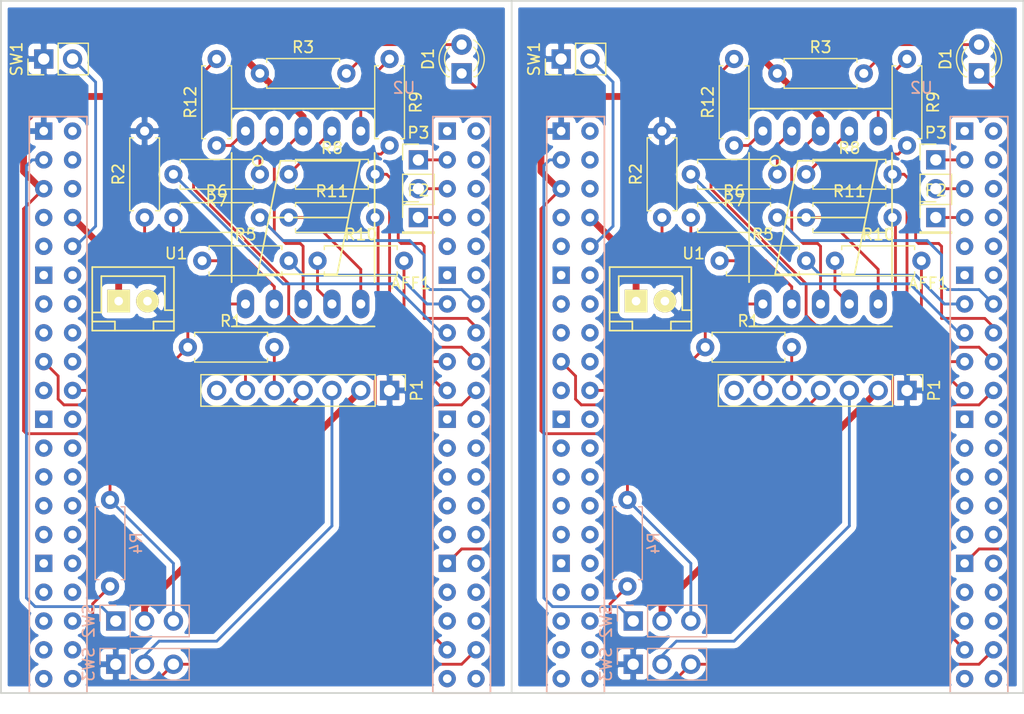
<source format=kicad_pcb>
(kicad_pcb (version 4) (host pcbnew 4.0.4+e1-6308~48~ubuntu16.04.1-stable)
  (layers (0 F.Cu signal) (31 B.Cu signal) (34 B.Paste user) (35 F.Paste user) (36 B.SilkS user) (37 F.SilkS user) (38 B.Mask user) (39 F.Mask user) (44 Edge.Cuts user))
  (net 0 "")
  (net 1 GND)
  (net 2 "Net-(D1-Pad2)")
  (net 3 LoraVCC)
  (net 4 LoraEN)
  (net 5 "Net-(P1-Pad4)")
  (net 6 "Net-(P1-Pad5)")
  (net 7 LoraAUX)
  (net 8 "Net-(P1-Pad7)")
  (net 9 "Net-(R1-Pad1)")
  (net 10 "Net-(R4-Pad1)")
  (net 11 VCC-3V3)
  (net 12 "Net-(SW1-Pad2)")
  (net 13 VCC-5V)
  (net 14 BAT)
  (net 15 "Net-(U2-Pad132)")
  (net 16 "Net-(U2-Pad133)")
  (net 17 "Net-(U2-Pad134)")
  (net 18 "Net-(U2-Pad135)")
  (net 19 "Net-(U2-Pad136)")
  (net 20 "Net-(D1-Pad1)")
  (net 21 "Net-(AFF1-Pad7)")
  (net 22 "Net-(R5-Pad2)")
  (net 23 "Net-(R6-Pad2)")
  (net 24 "Net-(R7-Pad2)")
  (net 25 "Net-(R8-Pad2)")
  (net 26 "Net-(R9-Pad2)")
  (net 27 "Net-(R10-Pad2)")
  (net 28 "Net-(R11-Pad2)")
  (net 29 "Net-(R12-Pad2)")
  (net 30 "Net-(AFF1-Pad1)")
  (net 31 "Net-(AFF1-Pad2)")
  (net 32 "Net-(AFF1-Pad4)")
  (net 33 "Net-(AFF1-Pad5)")
  (net 34 "Net-(AFF1-Pad6)")
  (net 35 "Net-(AFF1-Pad9)")
  (net 36 "Net-(AFF1-Pad10)")
  (net 37 "Net-(P3-Pad2)")
  (net 38 "Net-(P2-Pad1)")
  (net 39 "Net-(P3-Pad1)")
  (module Pin_Headers:Pin_Header_Straight_1x01_Pitch2.54mm (layer F.Cu) (at 179.2 92.31)
    (fp_text reference P2 (at 0 -2.39) (layer F.SilkS))
    (fp_text value CONN_01X01)
    (pad 1 thru_hole rect (at 0 0) (size 1.7 1.7) (drill 1) (layers *.Cu *.Mask) (net 38 "Net-(P2-Pad1)"))
  )
  (module Pin_Headers:Pin_Header_Straight_1x02_Pitch2.54mm (layer F.Cu) (at 179.2 87.23)
    (fp_text reference P3 (at 0 -2.39) (layer F.SilkS))
    (fp_text value CONN_01X02)
    (pad 1 thru_hole rect (at 0 0) (size 1.7 1.7) (drill 1) (layers *.Cu *.Mask) (net 39 "Net-(P3-Pad1)"))
    (pad 2 thru_hole oval (at 0 2.54) (size 1.7 1.7) (drill 1) (layers *.Cu *.Mask) (net 37 "Net-(P3-Pad2)"))
  )
  (module Displays_7-Segment:7SegmentLED_LTS6760_LTS6780 (layer F.Cu) (at 169.04 92.31 180)
    (fp_text reference AFF1 (at -9.5 -5.8 180) (layer F.SilkS))
    (fp_text value 7SEGMENTS)
    (pad 1 thru_hole oval (at -5.08 7.62 180) (size 1.524 2.524) (drill 0.8) (layers *.Cu *.Mask) (net 30 "Net-(AFF1-Pad1)"))
    (pad 2 thru_hole oval (at -2.54 7.62 180) (size 1.524 2.524) (drill 0.8) (layers *.Cu *.Mask) (net 31 "Net-(AFF1-Pad2)"))
    (pad 3 thru_hole oval (at 0 7.62 180) (size 1.524 2.524) (drill 0.8) (layers *.Cu *.Mask) (net 11 VCC-3V3))
    (pad 4 thru_hole oval (at 2.54 7.62 180) (size 1.524 2.524) (drill 0.8) (layers *.Cu *.Mask) (net 32 "Net-(AFF1-Pad4)"))
    (pad 5 thru_hole oval (at 5.08 7.62 180) (size 1.524 2.524) (drill 0.8) (layers *.Cu *.Mask) (net 33 "Net-(AFF1-Pad5)"))
    (pad 6 thru_hole oval (at 5.08 -7.62 180) (size 1.524 2.524) (drill 0.8) (layers *.Cu *.Mask) (net 34 "Net-(AFF1-Pad6)"))
    (pad 7 thru_hole oval (at 2.54 -7.62 180) (size 1.524 2.524) (drill 0.8) (layers *.Cu *.Mask) (net 21 "Net-(AFF1-Pad7)"))
    (pad 8 thru_hole oval (at 0 -7.62 180) (size 1.524 2.524) (drill 0.8) (layers *.Cu *.Mask) (net 11 VCC-3V3))
    (pad 9 thru_hole oval (at -2.54 -7.62 180) (size 1.524 2.524) (drill 0.8) (layers *.Cu *.Mask) (net 35 "Net-(AFF1-Pad9)"))
    (pad 10 thru_hole oval (at -5.08 -7.62 180) (size 1.524 2.524) (drill 0.8) (layers *.Cu *.Mask) (net 36 "Net-(AFF1-Pad10)"))
  )
  (module Pin_Headers:Pin_Header_Straight_1x03_Pitch2.54mm (layer B.Cu) (at 152.53 131.68 270)
    (fp_text reference SW3 (at 0 2.39 270) (layer B.SilkS) (effects (justify mirror)))
    (fp_text value SWITCH_INV)
    (pad 1 thru_hole rect (at 0 0 270) (size 1.7 1.7) (drill 1) (layers *.Cu *.Mask) (net 1 GND))
    (pad 2 thru_hole oval (at 0 -2.54 270) (size 1.7 1.7) (drill 1) (layers *.Cu *.Mask) (net 4 LoraEN))
    (pad 3 thru_hole oval (at 0 -5.08 270) (size 1.7 1.7) (drill 1) (layers *.Cu *.Mask) (net 10 "Net-(R4-Pad1)"))
  )
  (module Pin_Headers:Pin_Header_Straight_1x03_Pitch2.54mm (layer B.Cu) (at 152.53 127.87 270)
    (fp_text reference SW2 (at 0 2.39 270) (layer B.SilkS) (effects (justify mirror)))
    (fp_text value SWITCH_INV)
    (pad 1 thru_hole rect (at 0 0 270) (size 1.7 1.7) (drill 1) (layers *.Cu *.Mask) (net 13 VCC-5V))
    (pad 2 thru_hole oval (at 0 -2.54 270) (size 1.7 1.7) (drill 1) (layers *.Cu *.Mask) (net 3 LoraVCC))
    (pad 3 thru_hole oval (at 0 -5.08 270) (size 1.7 1.7) (drill 1) (layers *.Cu *.Mask) (net 11 VCC-3V3))
  )
  (module Pin_Headers:Pin_Header_Straight_1x02_Pitch2.54mm (layer F.Cu) (at 146.18 78.34 90)
    (fp_text reference SW1 (at 0 -2.39 90) (layer F.SilkS))
    (fp_text value SW_PUSH)
    (pad 1 thru_hole rect (at 0 0 90) (size 1.7 1.7) (drill 1) (layers *.Cu *.Mask) (net 1 GND))
    (pad 2 thru_hole oval (at 0 2.54 90) (size 1.7 1.7) (drill 1) (layers *.Cu *.Mask) (net 12 "Net-(SW1-Pad2)"))
  )
  (module Resistors_ThroughHole:R_Axial_DIN0207_L6.3mm_D2.5mm_P7.62mm_Horizontal (layer F.Cu) (at 160.15 96.12)
    (fp_text reference R5 (at 3.81 -2.31) (layer F.SilkS))
    (fp_text value R)
    (pad 1 thru_hole circle (at 0 0) (size 1.6 1.6) (drill 0.8) (layers *.Cu *.Mask) (net 21 "Net-(AFF1-Pad7)"))
    (pad 2 thru_hole oval (at 7.62 0) (size 1.6 1.6) (drill 0.8) (layers *.Cu *.Mask) (net 22 "Net-(R5-Pad2)"))
  )
  (module Resistors_ThroughHole:R_Axial_DIN0207_L6.3mm_D2.5mm_P7.62mm_Horizontal (layer B.Cu) (at 152.022 124.822 90)
    (fp_text reference R4 (at 3.81 2.31 90) (layer B.SilkS) (effects (justify mirror)))
    (fp_text value R)
    (pad 1 thru_hole circle (at 0 0 90) (size 1.6 1.6) (drill 0.8) (layers *.Cu *.Mask) (net 10 "Net-(R4-Pad1)"))
    (pad 2 thru_hole oval (at 7.62 0 90) (size 1.6 1.6) (drill 0.8) (layers *.Cu *.Mask) (net 11 VCC-3V3))
  )
  (module Resistors_ThroughHole:R_Axial_DIN0207_L6.3mm_D2.5mm_P7.62mm_Horizontal (layer F.Cu) (at 165.23 79.61)
    (fp_text reference R3 (at 3.81 -2.31) (layer F.SilkS))
    (fp_text value R)
    (pad 1 thru_hole circle (at 0 0) (size 1.6 1.6) (drill 0.8) (layers *.Cu *.Mask) (net 11 VCC-3V3))
    (pad 2 thru_hole oval (at 7.62 0) (size 1.6 1.6) (drill 0.8) (layers *.Cu *.Mask) (net 2 "Net-(D1-Pad2)"))
  )
  (module Resistors_ThroughHole:R_Axial_DIN0207_L6.3mm_D2.5mm_P7.62mm_Horizontal (layer F.Cu) (at 155.07 92.31 90)
    (fp_text reference R2 (at 3.81 -2.31 90) (layer F.SilkS))
    (fp_text value 20kOhm)
    (pad 1 thru_hole circle (at 0 0 90) (size 1.6 1.6) (drill 0.8) (layers *.Cu *.Mask) (net 9 "Net-(R1-Pad1)"))
    (pad 2 thru_hole oval (at 7.62 0 90) (size 1.6 1.6) (drill 0.8) (layers *.Cu *.Mask) (net 1 GND))
  )
  (module Resistors_ThroughHole:R_Axial_DIN0207_L6.3mm_D2.5mm_P7.62mm_Horizontal (layer F.Cu) (at 158.88 103.74)
    (fp_text reference R1 (at 3.81 -2.31) (layer F.SilkS))
    (fp_text value 10kOhm)
    (pad 1 thru_hole circle (at 0 0) (size 1.6 1.6) (drill 0.8) (layers *.Cu *.Mask) (net 9 "Net-(R1-Pad1)"))
    (pad 2 thru_hole oval (at 7.62 0) (size 1.6 1.6) (drill 0.8) (layers *.Cu *.Mask) (net 6 "Net-(P1-Pad5)"))
  )
  (module Pin_Headers:Pin_Header_Straight_1x07_Pitch2.54mm (layer F.Cu) (at 176.66 107.55 270)
    (fp_text reference P1 (at 0 -2.39 270) (layer F.SilkS))
    (fp_text value "Lora Conn")
    (pad 1 thru_hole rect (at 0 0 270) (size 1.7 1.7) (drill 1) (layers *.Cu *.Mask) (net 1 GND))
    (pad 2 thru_hole oval (at 0 2.54 270) (size 1.7 1.7) (drill 1) (layers *.Cu *.Mask) (net 3 LoraVCC))
    (pad 3 thru_hole oval (at 0 5.08 270) (size 1.7 1.7) (drill 1) (layers *.Cu *.Mask) (net 4 LoraEN))
    (pad 4 thru_hole oval (at 0 7.62 270) (size 1.7 1.7) (drill 1) (layers *.Cu *.Mask) (net 5 "Net-(P1-Pad4)"))
    (pad 5 thru_hole oval (at 0 10.16 270) (size 1.7 1.7) (drill 1) (layers *.Cu *.Mask) (net 6 "Net-(P1-Pad5)"))
    (pad 6 thru_hole oval (at 0 12.7 270) (size 1.7 1.7) (drill 1) (layers *.Cu *.Mask) (net 7 LoraAUX))
    (pad 7 thru_hole oval (at 0 15.24 270) (size 1.7 1.7) (drill 1) (layers *.Cu *.Mask) (net 8 "Net-(P1-Pad7)"))
  )
  (module LEDs:LED_D3.0mm (layer F.Cu) (at 183.01 79.61 90)
    (fp_text reference D1 (at 1.27 -2.96 90) (layer F.SilkS))
    (fp_text value LED)
    (pad 1 thru_hole rect (at 0 0 90) (size 1.8 1.8) (drill 0.9) (layers *.Cu *.Mask) (net 20 "Net-(D1-Pad1)"))
    (pad 2 thru_hole circle (at 2.54 0 90) (size 1.8 1.8) (drill 0.9) (layers *.Cu *.Mask) (net 2 "Net-(D1-Pad2)"))
  )
  (module Resistors_ThroughHole:R_Axial_DIN0207_L6.3mm_D2.5mm_P7.62mm_Horizontal (layer F.Cu) (at 161.42 85.96 90)
    (fp_text reference R12 (at 3.81 -2.31 90) (layer F.SilkS))
    (fp_text value R)
    (pad 1 thru_hole circle (at 0 0 90) (size 1.6 1.6) (drill 0.8) (layers *.Cu *.Mask) (net 33 "Net-(AFF1-Pad5)"))
    (pad 2 thru_hole oval (at 7.62 0 90) (size 1.6 1.6) (drill 0.8) (layers *.Cu *.Mask) (net 29 "Net-(R12-Pad2)"))
  )
  (module Resistors_ThroughHole:R_Axial_DIN0207_L6.3mm_D2.5mm_P7.62mm_Horizontal (layer F.Cu) (at 167.77 92.31)
    (fp_text reference R11 (at 3.81 -2.31) (layer F.SilkS))
    (fp_text value R)
    (pad 1 thru_hole circle (at 0 0) (size 1.6 1.6) (drill 0.8) (layers *.Cu *.Mask) (net 36 "Net-(AFF1-Pad10)"))
    (pad 2 thru_hole oval (at 7.62 0) (size 1.6 1.6) (drill 0.8) (layers *.Cu *.Mask) (net 28 "Net-(R11-Pad2)"))
  )
  (module Resistors_ThroughHole:R_Axial_DIN0207_L6.3mm_D2.5mm_P7.62mm_Horizontal (layer F.Cu) (at 170.31 96.12)
    (fp_text reference R10 (at 3.81 -2.31) (layer F.SilkS))
    (fp_text value R)
    (pad 1 thru_hole circle (at 0 0) (size 1.6 1.6) (drill 0.8) (layers *.Cu *.Mask) (net 35 "Net-(AFF1-Pad9)"))
    (pad 2 thru_hole oval (at 7.62 0) (size 1.6 1.6) (drill 0.8) (layers *.Cu *.Mask) (net 27 "Net-(R10-Pad2)"))
  )
  (module Resistors_ThroughHole:R_Axial_DIN0207_L6.3mm_D2.5mm_P7.62mm_Horizontal (layer F.Cu) (at 176.66 78.34 270)
    (fp_text reference R9 (at 3.81 -2.31 270) (layer F.SilkS))
    (fp_text value R)
    (pad 1 thru_hole circle (at 0 0 270) (size 1.6 1.6) (drill 0.8) (layers *.Cu *.Mask) (net 30 "Net-(AFF1-Pad1)"))
    (pad 2 thru_hole oval (at 7.62 0 270) (size 1.6 1.6) (drill 0.8) (layers *.Cu *.Mask) (net 26 "Net-(R9-Pad2)"))
  )
  (module Resistors_ThroughHole:R_Axial_DIN0207_L6.3mm_D2.5mm_P7.62mm_Horizontal (layer F.Cu) (at 167.77 88.5)
    (fp_text reference R8 (at 3.81 -2.31) (layer F.SilkS))
    (fp_text value R)
    (pad 1 thru_hole circle (at 0 0) (size 1.6 1.6) (drill 0.8) (layers *.Cu *.Mask) (net 31 "Net-(AFF1-Pad2)"))
    (pad 2 thru_hole oval (at 7.62 0) (size 1.6 1.6) (drill 0.8) (layers *.Cu *.Mask) (net 25 "Net-(R8-Pad2)"))
  )
  (module Resistors_ThroughHole:R_Axial_DIN0207_L6.3mm_D2.5mm_P7.62mm_Horizontal (layer F.Cu) (at 165.23 88.5 180)
    (fp_text reference R7 (at 3.81 -2.31 180) (layer F.SilkS))
    (fp_text value R)
    (pad 1 thru_hole circle (at 0 0 180) (size 1.6 1.6) (drill 0.8) (layers *.Cu *.Mask) (net 32 "Net-(AFF1-Pad4)"))
    (pad 2 thru_hole oval (at 7.62 0 180) (size 1.6 1.6) (drill 0.8) (layers *.Cu *.Mask) (net 24 "Net-(R7-Pad2)"))
  )
  (module Resistors_ThroughHole:R_Axial_DIN0207_L6.3mm_D2.5mm_P7.62mm_Horizontal (layer F.Cu) (at 157.61 92.31)
    (fp_text reference R6 (at 3.81 -2.31) (layer F.SilkS))
    (fp_text value R)
    (pad 1 thru_hole circle (at 0 0) (size 1.6 1.6) (drill 0.8) (layers *.Cu *.Mask) (net 34 "Net-(AFF1-Pad6)"))
    (pad 2 thru_hole oval (at 7.62 0) (size 1.6 1.6) (drill 0.8) (layers *.Cu *.Mask) (net 23 "Net-(R6-Pad2)"))
  )
  (module Library:JST_2.56 (layer F.Cu) (at 154.054 99.676)
    (fp_text reference U1 (at 3.8 -4.2) (layer F.SilkS))
    (fp_text value JST-2PIN)
    (pad 1 thru_hole rect (at -1.27 0) (size 2 2) (drill 0.762) (layers *.Cu *.Mask F.SilkS) (net 14 BAT))
    (pad 2 thru_hole circle (at 1.27 0) (size 2 2) (drill 0.762) (layers *.Cu *.Mask F.SilkS) (net 1 GND))
  )
  (module Library:Chip (layer B.Cu) (at 165.23 108.82 180)
    (fp_text reference U2 (at -12.7 27.94 180) (layer B.SilkS) (effects (justify mirror)))
    (fp_text value CHIP)
    (pad 2 thru_hole circle (at 16.51 24.13 180) (size 1.524 1.524) (drill 0.762) (layers *.Cu *.Mask))
    (pad 1 thru_hole rect (at 19.05 24.13 180) (size 1.524 1.524) (drill 0.762) (layers *.Cu *.Mask) (net 1 GND))
    (pad 4 thru_hole circle (at 16.51 21.59 180) (size 1.524 1.524) (drill 0.762) (layers *.Cu *.Mask))
    (pad 3 thru_hole circle (at 19.05 21.59 180) (size 1.524 1.524) (drill 0.762) (layers *.Cu *.Mask) (net 13 VCC-5V))
    (pad 40 thru_hole circle (at 16.51 -24.13 180) (size 1.524 1.524) (drill 0.762) (layers *.Cu *.Mask))
    (pad 39 thru_hole circle (at 19.05 -24.13 180) (size 1.524 1.524) (drill 0.762) (layers *.Cu *.Mask))
    (pad 38 thru_hole circle (at 16.51 -21.59 180) (size 1.524 1.524) (drill 0.762) (layers *.Cu *.Mask))
    (pad 37 thru_hole circle (at 19.05 -21.59 180) (size 1.524 1.524) (drill 0.762) (layers *.Cu *.Mask))
    (pad 36 thru_hole circle (at 16.51 -19.05 180) (size 1.524 1.524) (drill 0.762) (layers *.Cu *.Mask))
    (pad 35 thru_hole circle (at 19.05 -19.05 180) (size 1.524 1.524) (drill 0.762) (layers *.Cu *.Mask))
    (pad 34 thru_hole circle (at 16.51 -16.51 180) (size 1.524 1.524) (drill 0.762) (layers *.Cu *.Mask))
    (pad 33 thru_hole circle (at 19.05 -16.51 180) (size 1.524 1.524) (drill 0.762) (layers *.Cu *.Mask))
    (pad 32 thru_hole circle (at 16.51 -13.97 180) (size 1.524 1.524) (drill 0.762) (layers *.Cu *.Mask))
    (pad 31 thru_hole rect (at 19.05 -13.97 180) (size 1.524 1.524) (drill 0.762) (layers *.Cu *.Mask))
    (pad 30 thru_hole circle (at 16.51 -11.43 180) (size 1.524 1.524) (drill 0.762) (layers *.Cu *.Mask))
    (pad 29 thru_hole circle (at 19.05 -11.43 180) (size 1.524 1.524) (drill 0.762) (layers *.Cu *.Mask))
    (pad 28 thru_hole circle (at 16.51 -8.89 180) (size 1.524 1.524) (drill 0.762) (layers *.Cu *.Mask))
    (pad 27 thru_hole circle (at 19.05 -8.89 180) (size 1.524 1.524) (drill 0.762) (layers *.Cu *.Mask))
    (pad 26 thru_hole circle (at 16.51 -6.35 180) (size 1.524 1.524) (drill 0.762) (layers *.Cu *.Mask))
    (pad 25 thru_hole circle (at 19.05 -6.35 180) (size 1.524 1.524) (drill 0.762) (layers *.Cu *.Mask))
    (pad 24 thru_hole circle (at 16.51 -3.81 180) (size 1.524 1.524) (drill 0.762) (layers *.Cu *.Mask))
    (pad 23 thru_hole circle (at 19.05 -3.81 180) (size 1.524 1.524) (drill 0.762) (layers *.Cu *.Mask))
    (pad 22 thru_hole circle (at 16.51 -1.27 180) (size 1.524 1.524) (drill 0.762) (layers *.Cu *.Mask))
    (pad 21 thru_hole rect (at 19.05 -1.27 180) (size 1.524 1.524) (drill 0.762) (layers *.Cu *.Mask))
    (pad 20 thru_hole circle (at 16.51 1.27 180) (size 1.524 1.524) (drill 0.762) (layers *.Cu *.Mask) (net 9 "Net-(R1-Pad1)"))
    (pad 19 thru_hole circle (at 19.05 1.27 180) (size 1.524 1.524) (drill 0.762) (layers *.Cu *.Mask))
    (pad 18 thru_hole circle (at 16.51 3.81 180) (size 1.524 1.524) (drill 0.762) (layers *.Cu *.Mask))
    (pad 17 thru_hole circle (at 19.05 3.81 180) (size 1.524 1.524) (drill 0.762) (layers *.Cu *.Mask) (net 5 "Net-(P1-Pad4)"))
    (pad 16 thru_hole circle (at 16.51 6.35 180) (size 1.524 1.524) (drill 0.762) (layers *.Cu *.Mask))
    (pad 15 thru_hole circle (at 19.05 6.35 180) (size 1.524 1.524) (drill 0.762) (layers *.Cu *.Mask))
    (pad 14 thru_hole circle (at 16.51 8.89 180) (size 1.524 1.524) (drill 0.762) (layers *.Cu *.Mask))
    (pad 13 thru_hole circle (at 19.05 8.89 180) (size 1.524 1.524) (drill 0.762) (layers *.Cu *.Mask))
    (pad 12 thru_hole circle (at 16.51 11.43 180) (size 1.524 1.524) (drill 0.762) (layers *.Cu *.Mask))
    (pad 11 thru_hole rect (at 19.05 11.43 180) (size 1.524 1.524) (drill 0.762) (layers *.Cu *.Mask))
    (pad 10 thru_hole circle (at 16.51 13.97 180) (size 1.524 1.524) (drill 0.762) (layers *.Cu *.Mask) (net 12 "Net-(SW1-Pad2)"))
    (pad 9 thru_hole circle (at 19.05 13.97 180) (size 1.524 1.524) (drill 0.762) (layers *.Cu *.Mask))
    (pad 8 thru_hole circle (at 16.51 16.51 180) (size 1.524 1.524) (drill 0.762) (layers *.Cu *.Mask) (net 14 BAT))
    (pad 7 thru_hole circle (at 19.05 16.51 180) (size 1.524 1.524) (drill 0.762) (layers *.Cu *.Mask))
    (pad 6 thru_hole circle (at 16.51 19.05 180) (size 1.524 1.524) (drill 0.762) (layers *.Cu *.Mask))
    (pad 5 thru_hole circle (at 19.05 19.05 180) (size 1.524 1.524) (drill 0.762) (layers *.Cu *.Mask) (net 11 VCC-3V3))
    (pad 105 thru_hole circle (at -16.51 19.05 180) (size 1.524 1.524) (drill 0.762) (layers *.Cu *.Mask) (net 37 "Net-(P3-Pad2)"))
    (pad 106 thru_hole circle (at -19.05 19.05 180) (size 1.524 1.524) (drill 0.762) (layers *.Cu *.Mask))
    (pad 107 thru_hole circle (at -16.51 16.51 180) (size 1.524 1.524) (drill 0.762) (layers *.Cu *.Mask) (net 38 "Net-(P2-Pad1)"))
    (pad 108 thru_hole circle (at -19.05 16.51 180) (size 1.524 1.524) (drill 0.762) (layers *.Cu *.Mask))
    (pad 109 thru_hole circle (at -16.51 13.97 180) (size 1.524 1.524) (drill 0.762) (layers *.Cu *.Mask))
    (pad 110 thru_hole circle (at -19.05 13.97 180) (size 1.524 1.524) (drill 0.762) (layers *.Cu *.Mask))
    (pad 111 thru_hole rect (at -16.51 11.43 180) (size 1.524 1.524) (drill 0.762) (layers *.Cu *.Mask))
    (pad 112 thru_hole circle (at -19.05 11.43 180) (size 1.524 1.524) (drill 0.762) (layers *.Cu *.Mask))
    (pad 113 thru_hole circle (at -16.51 8.89 180) (size 1.524 1.524) (drill 0.762) (layers *.Cu *.Mask) (net 22 "Net-(R5-Pad2)"))
    (pad 114 thru_hole circle (at -19.05 8.89 180) (size 1.524 1.524) (drill 0.762) (layers *.Cu *.Mask) (net 23 "Net-(R6-Pad2)"))
    (pad 115 thru_hole circle (at -16.51 6.35 180) (size 1.524 1.524) (drill 0.762) (layers *.Cu *.Mask) (net 24 "Net-(R7-Pad2)"))
    (pad 116 thru_hole circle (at -19.05 6.35 180) (size 1.524 1.524) (drill 0.762) (layers *.Cu *.Mask) (net 25 "Net-(R8-Pad2)"))
    (pad 117 thru_hole circle (at -16.51 3.81 180) (size 1.524 1.524) (drill 0.762) (layers *.Cu *.Mask) (net 26 "Net-(R9-Pad2)"))
    (pad 118 thru_hole circle (at -19.05 3.81 180) (size 1.524 1.524) (drill 0.762) (layers *.Cu *.Mask) (net 27 "Net-(R10-Pad2)"))
    (pad 119 thru_hole circle (at -16.51 1.27 180) (size 1.524 1.524) (drill 0.762) (layers *.Cu *.Mask) (net 28 "Net-(R11-Pad2)"))
    (pad 120 thru_hole circle (at -19.05 1.27 180) (size 1.524 1.524) (drill 0.762) (layers *.Cu *.Mask) (net 29 "Net-(R12-Pad2)"))
    (pad 121 thru_hole rect (at -16.51 -1.27 180) (size 1.524 1.524) (drill 0.762) (layers *.Cu *.Mask))
    (pad 122 thru_hole circle (at -19.05 -1.27 180) (size 1.524 1.524) (drill 0.762) (layers *.Cu *.Mask))
    (pad 123 thru_hole circle (at -16.51 -3.81 180) (size 1.524 1.524) (drill 0.762) (layers *.Cu *.Mask))
    (pad 124 thru_hole circle (at -19.05 -3.81 180) (size 1.524 1.524) (drill 0.762) (layers *.Cu *.Mask))
    (pad 125 thru_hole circle (at -16.51 -6.35 180) (size 1.524 1.524) (drill 0.762) (layers *.Cu *.Mask))
    (pad 126 thru_hole circle (at -19.05 -6.35 180) (size 1.524 1.524) (drill 0.762) (layers *.Cu *.Mask))
    (pad 127 thru_hole circle (at -16.51 -8.89 180) (size 1.524 1.524) (drill 0.762) (layers *.Cu *.Mask))
    (pad 128 thru_hole circle (at -19.05 -8.89 180) (size 1.524 1.524) (drill 0.762) (layers *.Cu *.Mask))
    (pad 129 thru_hole circle (at -16.51 -11.43 180) (size 1.524 1.524) (drill 0.762) (layers *.Cu *.Mask))
    (pad 130 thru_hole circle (at -19.05 -11.43 180) (size 1.524 1.524) (drill 0.762) (layers *.Cu *.Mask))
    (pad 131 thru_hole rect (at -16.51 -13.97 180) (size 1.524 1.524) (drill 0.762) (layers *.Cu *.Mask) (net 20 "Net-(D1-Pad1)"))
    (pad 132 thru_hole circle (at -19.05 -13.97 180) (size 1.524 1.524) (drill 0.762) (layers *.Cu *.Mask) (net 15 "Net-(U2-Pad132)"))
    (pad 133 thru_hole circle (at -16.51 -16.51 180) (size 1.524 1.524) (drill 0.762) (layers *.Cu *.Mask) (net 16 "Net-(U2-Pad133)"))
    (pad 134 thru_hole circle (at -19.05 -16.51 180) (size 1.524 1.524) (drill 0.762) (layers *.Cu *.Mask) (net 17 "Net-(U2-Pad134)"))
    (pad 135 thru_hole circle (at -16.51 -19.05 180) (size 1.524 1.524) (drill 0.762) (layers *.Cu *.Mask) (net 18 "Net-(U2-Pad135)"))
    (pad 136 thru_hole circle (at -19.05 -19.05 180) (size 1.524 1.524) (drill 0.762) (layers *.Cu *.Mask) (net 19 "Net-(U2-Pad136)"))
    (pad 137 thru_hole circle (at -16.51 -21.59 180) (size 1.524 1.524) (drill 0.762) (layers *.Cu *.Mask) (net 7 LoraAUX))
    (pad 138 thru_hole circle (at -19.05 -21.59 180) (size 1.524 1.524) (drill 0.762) (layers *.Cu *.Mask) (net 10 "Net-(R4-Pad1)"))
    (pad 139 thru_hole circle (at -16.51 -24.13 180) (size 1.524 1.524) (drill 0.762) (layers *.Cu *.Mask))
    (pad 140 thru_hole circle (at -19.05 -24.13 180) (size 1.524 1.524) (drill 0.762) (layers *.Cu *.Mask))
    (pad 103 thru_hole circle (at -16.51 21.59 180) (size 1.524 1.524) (drill 0.762) (layers *.Cu *.Mask) (net 39 "Net-(P3-Pad1)"))
    (pad 104 thru_hole circle (at -19.05 21.59 180) (size 1.524 1.524) (drill 0.762) (layers *.Cu *.Mask))
    (pad 101 thru_hole rect (at -16.51 24.13 180) (size 1.524 1.524) (drill 0.762) (layers *.Cu *.Mask))
    (pad 102 thru_hole circle (at -19.05 24.13 180) (size 1.524 1.524) (drill 0.762) (layers *.Cu *.Mask))
  )
  (module Library:Chip (layer B.Cu) (at 119.63 108.82 180)
    (fp_text reference U2 (at -12.7 27.94 180) (layer B.SilkS) (effects (justify mirror)))
    (fp_text value CHIP)
    (pad 2 thru_hole circle (at 16.51 24.13 180) (size 1.524 1.524) (drill 0.762) (layers *.Cu *.Mask))
    (pad 1 thru_hole rect (at 19.05 24.13 180) (size 1.524 1.524) (drill 0.762) (layers *.Cu *.Mask) (net 1 GND))
    (pad 4 thru_hole circle (at 16.51 21.59 180) (size 1.524 1.524) (drill 0.762) (layers *.Cu *.Mask))
    (pad 3 thru_hole circle (at 19.05 21.59 180) (size 1.524 1.524) (drill 0.762) (layers *.Cu *.Mask) (net 13 VCC-5V))
    (pad 40 thru_hole circle (at 16.51 -24.13 180) (size 1.524 1.524) (drill 0.762) (layers *.Cu *.Mask))
    (pad 39 thru_hole circle (at 19.05 -24.13 180) (size 1.524 1.524) (drill 0.762) (layers *.Cu *.Mask))
    (pad 38 thru_hole circle (at 16.51 -21.59 180) (size 1.524 1.524) (drill 0.762) (layers *.Cu *.Mask))
    (pad 37 thru_hole circle (at 19.05 -21.59 180) (size 1.524 1.524) (drill 0.762) (layers *.Cu *.Mask))
    (pad 36 thru_hole circle (at 16.51 -19.05 180) (size 1.524 1.524) (drill 0.762) (layers *.Cu *.Mask))
    (pad 35 thru_hole circle (at 19.05 -19.05 180) (size 1.524 1.524) (drill 0.762) (layers *.Cu *.Mask))
    (pad 34 thru_hole circle (at 16.51 -16.51 180) (size 1.524 1.524) (drill 0.762) (layers *.Cu *.Mask))
    (pad 33 thru_hole circle (at 19.05 -16.51 180) (size 1.524 1.524) (drill 0.762) (layers *.Cu *.Mask))
    (pad 32 thru_hole circle (at 16.51 -13.97 180) (size 1.524 1.524) (drill 0.762) (layers *.Cu *.Mask))
    (pad 31 thru_hole rect (at 19.05 -13.97 180) (size 1.524 1.524) (drill 0.762) (layers *.Cu *.Mask))
    (pad 30 thru_hole circle (at 16.51 -11.43 180) (size 1.524 1.524) (drill 0.762) (layers *.Cu *.Mask))
    (pad 29 thru_hole circle (at 19.05 -11.43 180) (size 1.524 1.524) (drill 0.762) (layers *.Cu *.Mask))
    (pad 28 thru_hole circle (at 16.51 -8.89 180) (size 1.524 1.524) (drill 0.762) (layers *.Cu *.Mask))
    (pad 27 thru_hole circle (at 19.05 -8.89 180) (size 1.524 1.524) (drill 0.762) (layers *.Cu *.Mask))
    (pad 26 thru_hole circle (at 16.51 -6.35 180) (size 1.524 1.524) (drill 0.762) (layers *.Cu *.Mask))
    (pad 25 thru_hole circle (at 19.05 -6.35 180) (size 1.524 1.524) (drill 0.762) (layers *.Cu *.Mask))
    (pad 24 thru_hole circle (at 16.51 -3.81 180) (size 1.524 1.524) (drill 0.762) (layers *.Cu *.Mask))
    (pad 23 thru_hole circle (at 19.05 -3.81 180) (size 1.524 1.524) (drill 0.762) (layers *.Cu *.Mask))
    (pad 22 thru_hole circle (at 16.51 -1.27 180) (size 1.524 1.524) (drill 0.762) (layers *.Cu *.Mask))
    (pad 21 thru_hole rect (at 19.05 -1.27 180) (size 1.524 1.524) (drill 0.762) (layers *.Cu *.Mask))
    (pad 20 thru_hole circle (at 16.51 1.27 180) (size 1.524 1.524) (drill 0.762) (layers *.Cu *.Mask) (net 9 "Net-(R1-Pad1)"))
    (pad 19 thru_hole circle (at 19.05 1.27 180) (size 1.524 1.524) (drill 0.762) (layers *.Cu *.Mask))
    (pad 18 thru_hole circle (at 16.51 3.81 180) (size 1.524 1.524) (drill 0.762) (layers *.Cu *.Mask))
    (pad 17 thru_hole circle (at 19.05 3.81 180) (size 1.524 1.524) (drill 0.762) (layers *.Cu *.Mask) (net 5 "Net-(P1-Pad4)"))
    (pad 16 thru_hole circle (at 16.51 6.35 180) (size 1.524 1.524) (drill 0.762) (layers *.Cu *.Mask))
    (pad 15 thru_hole circle (at 19.05 6.35 180) (size 1.524 1.524) (drill 0.762) (layers *.Cu *.Mask))
    (pad 14 thru_hole circle (at 16.51 8.89 180) (size 1.524 1.524) (drill 0.762) (layers *.Cu *.Mask))
    (pad 13 thru_hole circle (at 19.05 8.89 180) (size 1.524 1.524) (drill 0.762) (layers *.Cu *.Mask))
    (pad 12 thru_hole circle (at 16.51 11.43 180) (size 1.524 1.524) (drill 0.762) (layers *.Cu *.Mask))
    (pad 11 thru_hole rect (at 19.05 11.43 180) (size 1.524 1.524) (drill 0.762) (layers *.Cu *.Mask))
    (pad 10 thru_hole circle (at 16.51 13.97 180) (size 1.524 1.524) (drill 0.762) (layers *.Cu *.Mask) (net 12 "Net-(SW1-Pad2)"))
    (pad 9 thru_hole circle (at 19.05 13.97 180) (size 1.524 1.524) (drill 0.762) (layers *.Cu *.Mask))
    (pad 8 thru_hole circle (at 16.51 16.51 180) (size 1.524 1.524) (drill 0.762) (layers *.Cu *.Mask) (net 14 BAT))
    (pad 7 thru_hole circle (at 19.05 16.51 180) (size 1.524 1.524) (drill 0.762) (layers *.Cu *.Mask))
    (pad 6 thru_hole circle (at 16.51 19.05 180) (size 1.524 1.524) (drill 0.762) (layers *.Cu *.Mask))
    (pad 5 thru_hole circle (at 19.05 19.05 180) (size 1.524 1.524) (drill 0.762) (layers *.Cu *.Mask) (net 11 VCC-3V3))
    (pad 105 thru_hole circle (at -16.51 19.05 180) (size 1.524 1.524) (drill 0.762) (layers *.Cu *.Mask) (net 37 "Net-(P3-Pad2)"))
    (pad 106 thru_hole circle (at -19.05 19.05 180) (size 1.524 1.524) (drill 0.762) (layers *.Cu *.Mask))
    (pad 107 thru_hole circle (at -16.51 16.51 180) (size 1.524 1.524) (drill 0.762) (layers *.Cu *.Mask) (net 38 "Net-(P2-Pad1)"))
    (pad 108 thru_hole circle (at -19.05 16.51 180) (size 1.524 1.524) (drill 0.762) (layers *.Cu *.Mask))
    (pad 109 thru_hole circle (at -16.51 13.97 180) (size 1.524 1.524) (drill 0.762) (layers *.Cu *.Mask))
    (pad 110 thru_hole circle (at -19.05 13.97 180) (size 1.524 1.524) (drill 0.762) (layers *.Cu *.Mask))
    (pad 111 thru_hole rect (at -16.51 11.43 180) (size 1.524 1.524) (drill 0.762) (layers *.Cu *.Mask))
    (pad 112 thru_hole circle (at -19.05 11.43 180) (size 1.524 1.524) (drill 0.762) (layers *.Cu *.Mask))
    (pad 113 thru_hole circle (at -16.51 8.89 180) (size 1.524 1.524) (drill 0.762) (layers *.Cu *.Mask) (net 22 "Net-(R5-Pad2)"))
    (pad 114 thru_hole circle (at -19.05 8.89 180) (size 1.524 1.524) (drill 0.762) (layers *.Cu *.Mask) (net 23 "Net-(R6-Pad2)"))
    (pad 115 thru_hole circle (at -16.51 6.35 180) (size 1.524 1.524) (drill 0.762) (layers *.Cu *.Mask) (net 24 "Net-(R7-Pad2)"))
    (pad 116 thru_hole circle (at -19.05 6.35 180) (size 1.524 1.524) (drill 0.762) (layers *.Cu *.Mask) (net 25 "Net-(R8-Pad2)"))
    (pad 117 thru_hole circle (at -16.51 3.81 180) (size 1.524 1.524) (drill 0.762) (layers *.Cu *.Mask) (net 26 "Net-(R9-Pad2)"))
    (pad 118 thru_hole circle (at -19.05 3.81 180) (size 1.524 1.524) (drill 0.762) (layers *.Cu *.Mask) (net 27 "Net-(R10-Pad2)"))
    (pad 119 thru_hole circle (at -16.51 1.27 180) (size 1.524 1.524) (drill 0.762) (layers *.Cu *.Mask) (net 28 "Net-(R11-Pad2)"))
    (pad 120 thru_hole circle (at -19.05 1.27 180) (size 1.524 1.524) (drill 0.762) (layers *.Cu *.Mask) (net 29 "Net-(R12-Pad2)"))
    (pad 121 thru_hole rect (at -16.51 -1.27 180) (size 1.524 1.524) (drill 0.762) (layers *.Cu *.Mask))
    (pad 122 thru_hole circle (at -19.05 -1.27 180) (size 1.524 1.524) (drill 0.762) (layers *.Cu *.Mask))
    (pad 123 thru_hole circle (at -16.51 -3.81 180) (size 1.524 1.524) (drill 0.762) (layers *.Cu *.Mask))
    (pad 124 thru_hole circle (at -19.05 -3.81 180) (size 1.524 1.524) (drill 0.762) (layers *.Cu *.Mask))
    (pad 125 thru_hole circle (at -16.51 -6.35 180) (size 1.524 1.524) (drill 0.762) (layers *.Cu *.Mask))
    (pad 126 thru_hole circle (at -19.05 -6.35 180) (size 1.524 1.524) (drill 0.762) (layers *.Cu *.Mask))
    (pad 127 thru_hole circle (at -16.51 -8.89 180) (size 1.524 1.524) (drill 0.762) (layers *.Cu *.Mask))
    (pad 128 thru_hole circle (at -19.05 -8.89 180) (size 1.524 1.524) (drill 0.762) (layers *.Cu *.Mask))
    (pad 129 thru_hole circle (at -16.51 -11.43 180) (size 1.524 1.524) (drill 0.762) (layers *.Cu *.Mask))
    (pad 130 thru_hole circle (at -19.05 -11.43 180) (size 1.524 1.524) (drill 0.762) (layers *.Cu *.Mask))
    (pad 131 thru_hole rect (at -16.51 -13.97 180) (size 1.524 1.524) (drill 0.762) (layers *.Cu *.Mask) (net 20 "Net-(D1-Pad1)"))
    (pad 132 thru_hole circle (at -19.05 -13.97 180) (size 1.524 1.524) (drill 0.762) (layers *.Cu *.Mask) (net 15 "Net-(U2-Pad132)"))
    (pad 133 thru_hole circle (at -16.51 -16.51 180) (size 1.524 1.524) (drill 0.762) (layers *.Cu *.Mask) (net 16 "Net-(U2-Pad133)"))
    (pad 134 thru_hole circle (at -19.05 -16.51 180) (size 1.524 1.524) (drill 0.762) (layers *.Cu *.Mask) (net 17 "Net-(U2-Pad134)"))
    (pad 135 thru_hole circle (at -16.51 -19.05 180) (size 1.524 1.524) (drill 0.762) (layers *.Cu *.Mask) (net 18 "Net-(U2-Pad135)"))
    (pad 136 thru_hole circle (at -19.05 -19.05 180) (size 1.524 1.524) (drill 0.762) (layers *.Cu *.Mask) (net 19 "Net-(U2-Pad136)"))
    (pad 137 thru_hole circle (at -16.51 -21.59 180) (size 1.524 1.524) (drill 0.762) (layers *.Cu *.Mask) (net 7 LoraAUX))
    (pad 138 thru_hole circle (at -19.05 -21.59 180) (size 1.524 1.524) (drill 0.762) (layers *.Cu *.Mask) (net 10 "Net-(R4-Pad1)"))
    (pad 139 thru_hole circle (at -16.51 -24.13 180) (size 1.524 1.524) (drill 0.762) (layers *.Cu *.Mask))
    (pad 140 thru_hole circle (at -19.05 -24.13 180) (size 1.524 1.524) (drill 0.762) (layers *.Cu *.Mask))
    (pad 103 thru_hole circle (at -16.51 21.59 180) (size 1.524 1.524) (drill 0.762) (layers *.Cu *.Mask) (net 39 "Net-(P3-Pad1)"))
    (pad 104 thru_hole circle (at -19.05 21.59 180) (size 1.524 1.524) (drill 0.762) (layers *.Cu *.Mask))
    (pad 101 thru_hole rect (at -16.51 24.13 180) (size 1.524 1.524) (drill 0.762) (layers *.Cu *.Mask))
    (pad 102 thru_hole circle (at -19.05 24.13 180) (size 1.524 1.524) (drill 0.762) (layers *.Cu *.Mask))
  )
  (module Library:JST_2.56 (layer F.Cu) (at 108.454 99.676)
    (fp_text reference U1 (at 3.8 -4.2) (layer F.SilkS))
    (fp_text value JST-2PIN)
    (pad 1 thru_hole rect (at -1.27 0) (size 2 2) (drill 0.762) (layers *.Cu *.Mask F.SilkS) (net 14 BAT))
    (pad 2 thru_hole circle (at 1.27 0) (size 2 2) (drill 0.762) (layers *.Cu *.Mask F.SilkS) (net 1 GND))
  )
  (module Resistors_ThroughHole:R_Axial_DIN0207_L6.3mm_D2.5mm_P7.62mm_Horizontal (layer F.Cu) (at 112.01 92.31)
    (fp_text reference R6 (at 3.81 -2.31) (layer F.SilkS))
    (fp_text value R)
    (pad 1 thru_hole circle (at 0 0) (size 1.6 1.6) (drill 0.8) (layers *.Cu *.Mask) (net 34 "Net-(AFF1-Pad6)"))
    (pad 2 thru_hole oval (at 7.62 0) (size 1.6 1.6) (drill 0.8) (layers *.Cu *.Mask) (net 23 "Net-(R6-Pad2)"))
  )
  (module Resistors_ThroughHole:R_Axial_DIN0207_L6.3mm_D2.5mm_P7.62mm_Horizontal (layer F.Cu) (at 119.63 88.5 180)
    (fp_text reference R7 (at 3.81 -2.31 180) (layer F.SilkS))
    (fp_text value R)
    (pad 1 thru_hole circle (at 0 0 180) (size 1.6 1.6) (drill 0.8) (layers *.Cu *.Mask) (net 32 "Net-(AFF1-Pad4)"))
    (pad 2 thru_hole oval (at 7.62 0 180) (size 1.6 1.6) (drill 0.8) (layers *.Cu *.Mask) (net 24 "Net-(R7-Pad2)"))
  )
  (module Resistors_ThroughHole:R_Axial_DIN0207_L6.3mm_D2.5mm_P7.62mm_Horizontal (layer F.Cu) (at 122.17 88.5)
    (fp_text reference R8 (at 3.81 -2.31) (layer F.SilkS))
    (fp_text value R)
    (pad 1 thru_hole circle (at 0 0) (size 1.6 1.6) (drill 0.8) (layers *.Cu *.Mask) (net 31 "Net-(AFF1-Pad2)"))
    (pad 2 thru_hole oval (at 7.62 0) (size 1.6 1.6) (drill 0.8) (layers *.Cu *.Mask) (net 25 "Net-(R8-Pad2)"))
  )
  (module Resistors_ThroughHole:R_Axial_DIN0207_L6.3mm_D2.5mm_P7.62mm_Horizontal (layer F.Cu) (at 131.06 78.34 270)
    (fp_text reference R9 (at 3.81 -2.31 270) (layer F.SilkS))
    (fp_text value R)
    (pad 1 thru_hole circle (at 0 0 270) (size 1.6 1.6) (drill 0.8) (layers *.Cu *.Mask) (net 30 "Net-(AFF1-Pad1)"))
    (pad 2 thru_hole oval (at 7.62 0 270) (size 1.6 1.6) (drill 0.8) (layers *.Cu *.Mask) (net 26 "Net-(R9-Pad2)"))
  )
  (module Resistors_ThroughHole:R_Axial_DIN0207_L6.3mm_D2.5mm_P7.62mm_Horizontal (layer F.Cu) (at 124.71 96.12)
    (fp_text reference R10 (at 3.81 -2.31) (layer F.SilkS))
    (fp_text value R)
    (pad 1 thru_hole circle (at 0 0) (size 1.6 1.6) (drill 0.8) (layers *.Cu *.Mask) (net 35 "Net-(AFF1-Pad9)"))
    (pad 2 thru_hole oval (at 7.62 0) (size 1.6 1.6) (drill 0.8) (layers *.Cu *.Mask) (net 27 "Net-(R10-Pad2)"))
  )
  (module Resistors_ThroughHole:R_Axial_DIN0207_L6.3mm_D2.5mm_P7.62mm_Horizontal (layer F.Cu) (at 122.17 92.31)
    (fp_text reference R11 (at 3.81 -2.31) (layer F.SilkS))
    (fp_text value R)
    (pad 1 thru_hole circle (at 0 0) (size 1.6 1.6) (drill 0.8) (layers *.Cu *.Mask) (net 36 "Net-(AFF1-Pad10)"))
    (pad 2 thru_hole oval (at 7.62 0) (size 1.6 1.6) (drill 0.8) (layers *.Cu *.Mask) (net 28 "Net-(R11-Pad2)"))
  )
  (module Resistors_ThroughHole:R_Axial_DIN0207_L6.3mm_D2.5mm_P7.62mm_Horizontal (layer F.Cu) (at 115.82 85.96 90)
    (fp_text reference R12 (at 3.81 -2.31 90) (layer F.SilkS))
    (fp_text value R)
    (pad 1 thru_hole circle (at 0 0 90) (size 1.6 1.6) (drill 0.8) (layers *.Cu *.Mask) (net 33 "Net-(AFF1-Pad5)"))
    (pad 2 thru_hole oval (at 7.62 0 90) (size 1.6 1.6) (drill 0.8) (layers *.Cu *.Mask) (net 29 "Net-(R12-Pad2)"))
  )
  (module LEDs:LED_D3.0mm (layer F.Cu) (at 137.41 79.61 90)
    (fp_text reference D1 (at 1.27 -2.96 90) (layer F.SilkS))
    (fp_text value LED)
    (pad 1 thru_hole rect (at 0 0 90) (size 1.8 1.8) (drill 0.9) (layers *.Cu *.Mask) (net 20 "Net-(D1-Pad1)"))
    (pad 2 thru_hole circle (at 2.54 0 90) (size 1.8 1.8) (drill 0.9) (layers *.Cu *.Mask) (net 2 "Net-(D1-Pad2)"))
  )
  (module Pin_Headers:Pin_Header_Straight_1x07_Pitch2.54mm (layer F.Cu) (at 131.06 107.55 270)
    (fp_text reference P1 (at 0 -2.39 270) (layer F.SilkS))
    (fp_text value "Lora Conn")
    (pad 1 thru_hole rect (at 0 0 270) (size 1.7 1.7) (drill 1) (layers *.Cu *.Mask) (net 1 GND))
    (pad 2 thru_hole oval (at 0 2.54 270) (size 1.7 1.7) (drill 1) (layers *.Cu *.Mask) (net 3 LoraVCC))
    (pad 3 thru_hole oval (at 0 5.08 270) (size 1.7 1.7) (drill 1) (layers *.Cu *.Mask) (net 4 LoraEN))
    (pad 4 thru_hole oval (at 0 7.62 270) (size 1.7 1.7) (drill 1) (layers *.Cu *.Mask) (net 5 "Net-(P1-Pad4)"))
    (pad 5 thru_hole oval (at 0 10.16 270) (size 1.7 1.7) (drill 1) (layers *.Cu *.Mask) (net 6 "Net-(P1-Pad5)"))
    (pad 6 thru_hole oval (at 0 12.7 270) (size 1.7 1.7) (drill 1) (layers *.Cu *.Mask) (net 7 LoraAUX))
    (pad 7 thru_hole oval (at 0 15.24 270) (size 1.7 1.7) (drill 1) (layers *.Cu *.Mask) (net 8 "Net-(P1-Pad7)"))
  )
  (module Resistors_ThroughHole:R_Axial_DIN0207_L6.3mm_D2.5mm_P7.62mm_Horizontal (layer F.Cu) (at 113.28 103.74)
    (fp_text reference R1 (at 3.81 -2.31) (layer F.SilkS))
    (fp_text value 10kOhm)
    (pad 1 thru_hole circle (at 0 0) (size 1.6 1.6) (drill 0.8) (layers *.Cu *.Mask) (net 9 "Net-(R1-Pad1)"))
    (pad 2 thru_hole oval (at 7.62 0) (size 1.6 1.6) (drill 0.8) (layers *.Cu *.Mask) (net 6 "Net-(P1-Pad5)"))
  )
  (module Resistors_ThroughHole:R_Axial_DIN0207_L6.3mm_D2.5mm_P7.62mm_Horizontal (layer F.Cu) (at 109.47 92.31 90)
    (fp_text reference R2 (at 3.81 -2.31 90) (layer F.SilkS))
    (fp_text value 20kOhm)
    (pad 1 thru_hole circle (at 0 0 90) (size 1.6 1.6) (drill 0.8) (layers *.Cu *.Mask) (net 9 "Net-(R1-Pad1)"))
    (pad 2 thru_hole oval (at 7.62 0 90) (size 1.6 1.6) (drill 0.8) (layers *.Cu *.Mask) (net 1 GND))
  )
  (module Resistors_ThroughHole:R_Axial_DIN0207_L6.3mm_D2.5mm_P7.62mm_Horizontal (layer F.Cu) (at 119.63 79.61)
    (fp_text reference R3 (at 3.81 -2.31) (layer F.SilkS))
    (fp_text value R)
    (pad 1 thru_hole circle (at 0 0) (size 1.6 1.6) (drill 0.8) (layers *.Cu *.Mask) (net 11 VCC-3V3))
    (pad 2 thru_hole oval (at 7.62 0) (size 1.6 1.6) (drill 0.8) (layers *.Cu *.Mask) (net 2 "Net-(D1-Pad2)"))
  )
  (module Resistors_ThroughHole:R_Axial_DIN0207_L6.3mm_D2.5mm_P7.62mm_Horizontal (layer B.Cu) (at 106.422 124.822 90)
    (fp_text reference R4 (at 3.81 2.31 90) (layer B.SilkS) (effects (justify mirror)))
    (fp_text value R)
    (pad 1 thru_hole circle (at 0 0 90) (size 1.6 1.6) (drill 0.8) (layers *.Cu *.Mask) (net 10 "Net-(R4-Pad1)"))
    (pad 2 thru_hole oval (at 7.62 0 90) (size 1.6 1.6) (drill 0.8) (layers *.Cu *.Mask) (net 11 VCC-3V3))
  )
  (module Resistors_ThroughHole:R_Axial_DIN0207_L6.3mm_D2.5mm_P7.62mm_Horizontal (layer F.Cu) (at 114.55 96.12)
    (fp_text reference R5 (at 3.81 -2.31) (layer F.SilkS))
    (fp_text value R)
    (pad 1 thru_hole circle (at 0 0) (size 1.6 1.6) (drill 0.8) (layers *.Cu *.Mask) (net 21 "Net-(AFF1-Pad7)"))
    (pad 2 thru_hole oval (at 7.62 0) (size 1.6 1.6) (drill 0.8) (layers *.Cu *.Mask) (net 22 "Net-(R5-Pad2)"))
  )
  (module Pin_Headers:Pin_Header_Straight_1x02_Pitch2.54mm (layer F.Cu) (at 100.58 78.34 90)
    (fp_text reference SW1 (at 0 -2.39 90) (layer F.SilkS))
    (fp_text value SW_PUSH)
    (pad 1 thru_hole rect (at 0 0 90) (size 1.7 1.7) (drill 1) (layers *.Cu *.Mask) (net 1 GND))
    (pad 2 thru_hole oval (at 0 2.54 90) (size 1.7 1.7) (drill 1) (layers *.Cu *.Mask) (net 12 "Net-(SW1-Pad2)"))
  )
  (module Pin_Headers:Pin_Header_Straight_1x03_Pitch2.54mm (layer B.Cu) (at 106.93 127.87 270)
    (fp_text reference SW2 (at 0 2.39 270) (layer B.SilkS) (effects (justify mirror)))
    (fp_text value SWITCH_INV)
    (pad 1 thru_hole rect (at 0 0 270) (size 1.7 1.7) (drill 1) (layers *.Cu *.Mask) (net 13 VCC-5V))
    (pad 2 thru_hole oval (at 0 -2.54 270) (size 1.7 1.7) (drill 1) (layers *.Cu *.Mask) (net 3 LoraVCC))
    (pad 3 thru_hole oval (at 0 -5.08 270) (size 1.7 1.7) (drill 1) (layers *.Cu *.Mask) (net 11 VCC-3V3))
  )
  (module Pin_Headers:Pin_Header_Straight_1x03_Pitch2.54mm (layer B.Cu) (at 106.93 131.68 270)
    (fp_text reference SW3 (at 0 2.39 270) (layer B.SilkS) (effects (justify mirror)))
    (fp_text value SWITCH_INV)
    (pad 1 thru_hole rect (at 0 0 270) (size 1.7 1.7) (drill 1) (layers *.Cu *.Mask) (net 1 GND))
    (pad 2 thru_hole oval (at 0 -2.54 270) (size 1.7 1.7) (drill 1) (layers *.Cu *.Mask) (net 4 LoraEN))
    (pad 3 thru_hole oval (at 0 -5.08 270) (size 1.7 1.7) (drill 1) (layers *.Cu *.Mask) (net 10 "Net-(R4-Pad1)"))
  )
  (module Displays_7-Segment:7SegmentLED_LTS6760_LTS6780 (layer F.Cu) (at 123.44 92.31 180)
    (fp_text reference AFF1 (at -9.5 -5.8 180) (layer F.SilkS))
    (fp_text value 7SEGMENTS)
    (pad 1 thru_hole oval (at -5.08 7.62 180) (size 1.524 2.524) (drill 0.8) (layers *.Cu *.Mask) (net 30 "Net-(AFF1-Pad1)"))
    (pad 2 thru_hole oval (at -2.54 7.62 180) (size 1.524 2.524) (drill 0.8) (layers *.Cu *.Mask) (net 31 "Net-(AFF1-Pad2)"))
    (pad 3 thru_hole oval (at 0 7.62 180) (size 1.524 2.524) (drill 0.8) (layers *.Cu *.Mask) (net 11 VCC-3V3))
    (pad 4 thru_hole oval (at 2.54 7.62 180) (size 1.524 2.524) (drill 0.8) (layers *.Cu *.Mask) (net 32 "Net-(AFF1-Pad4)"))
    (pad 5 thru_hole oval (at 5.08 7.62 180) (size 1.524 2.524) (drill 0.8) (layers *.Cu *.Mask) (net 33 "Net-(AFF1-Pad5)"))
    (pad 6 thru_hole oval (at 5.08 -7.62 180) (size 1.524 2.524) (drill 0.8) (layers *.Cu *.Mask) (net 34 "Net-(AFF1-Pad6)"))
    (pad 7 thru_hole oval (at 2.54 -7.62 180) (size 1.524 2.524) (drill 0.8) (layers *.Cu *.Mask) (net 21 "Net-(AFF1-Pad7)"))
    (pad 8 thru_hole oval (at 0 -7.62 180) (size 1.524 2.524) (drill 0.8) (layers *.Cu *.Mask) (net 11 VCC-3V3))
    (pad 9 thru_hole oval (at -2.54 -7.62 180) (size 1.524 2.524) (drill 0.8) (layers *.Cu *.Mask) (net 35 "Net-(AFF1-Pad9)"))
    (pad 10 thru_hole oval (at -5.08 -7.62 180) (size 1.524 2.524) (drill 0.8) (layers *.Cu *.Mask) (net 36 "Net-(AFF1-Pad10)"))
  )
  (module Pin_Headers:Pin_Header_Straight_1x02_Pitch2.54mm (layer F.Cu) (at 133.6 87.23)
    (fp_text reference P3 (at 0 -2.39) (layer F.SilkS))
    (fp_text value CONN_01X02)
    (pad 1 thru_hole rect (at 0 0) (size 1.7 1.7) (drill 1) (layers *.Cu *.Mask) (net 39 "Net-(P3-Pad1)"))
    (pad 2 thru_hole oval (at 0 2.54) (size 1.7 1.7) (drill 1) (layers *.Cu *.Mask) (net 37 "Net-(P3-Pad2)"))
  )
  (module Pin_Headers:Pin_Header_Straight_1x01_Pitch2.54mm (layer F.Cu) (at 133.6 92.31)
    (fp_text reference P2 (at 0 -2.39) (layer F.SilkS))
    (fp_text value CONN_01X01)
    (pad 1 thru_hole rect (at 0 0) (size 1.7 1.7) (drill 1) (layers *.Cu *.Mask) (net 38 "Net-(P2-Pad1)"))
  )
  (gr_line (start 141.816 73.214) (end 141.816 134.214) (angle 90) (layer Edge.Cuts) (width 0.15))
  (gr_line (start 186.916 73.214) (end 96.8 73.214) (angle 90) (layer Edge.Cuts) (width 0.15))
  (gr_line (start 96.816 73.214) (end 96.816 134.214) (angle 90) (layer Edge.Cuts) (width 0.15))
  (gr_line (start 96.8 134.214) (end 186.916 134.214) (angle 90) (layer Edge.Cuts) (width 0.15))
  (gr_line (start 186.916 73.214) (end 186.916 134.214) (angle 90) (layer Edge.Cuts) (width 0.15))
  (segment (start 175.39 77.07) (end 183.01 77.07) (width 0.25) (layer F.Cu) (net 2))
  (segment (start 172.85 79.61) (end 175.39 77.07) (width 0.25) (layer F.Cu) (net 2))
  (segment (start 127.25 79.61) (end 129.79 77.07) (width 0.25) (layer F.Cu) (net 2))
  (segment (start 129.79 77.07) (end 137.41 77.07) (width 0.25) (layer F.Cu) (net 2))
  (segment (start 155.07 126.6) (end 174.12 107.55) (width 0.6) (layer F.Cu) (net 3))
  (segment (start 155.07 127.87) (end 155.07 126.6) (width 0.6) (layer F.Cu) (net 3))
  (segment (start 109.47 127.87) (end 109.47 126.6) (width 0.6) (layer F.Cu) (net 3))
  (segment (start 109.47 126.6) (end 128.52 107.55) (width 0.6) (layer F.Cu) (net 3))
  (segment (start 171.58 119.488) (end 171.58 107.55) (width 0.25) (layer B.Cu) (net 4))
  (segment (start 161.42 129.648) (end 171.58 119.488) (width 0.25) (layer B.Cu) (net 4))
  (segment (start 156.34 129.648) (end 161.42 129.648) (width 0.25) (layer B.Cu) (net 4))
  (segment (start 155.07 130.918) (end 156.34 129.648) (width 0.25) (layer B.Cu) (net 4))
  (segment (start 155.07 131.68) (end 155.07 130.918) (width 0.25) (layer B.Cu) (net 4))
  (segment (start 109.47 131.68) (end 109.47 130.918) (width 0.25) (layer B.Cu) (net 4))
  (segment (start 109.47 130.918) (end 110.74 129.648) (width 0.25) (layer B.Cu) (net 4))
  (segment (start 110.74 129.648) (end 115.82 129.648) (width 0.25) (layer B.Cu) (net 4))
  (segment (start 115.82 129.648) (end 125.98 119.488) (width 0.25) (layer B.Cu) (net 4))
  (segment (start 125.98 119.488) (end 125.98 107.55) (width 0.25) (layer B.Cu) (net 4))
  (segment (start 147.45 108.312) (end 147.45 106.28) (width 0.25) (layer F.Cu) (net 5))
  (segment (start 147.958 108.82) (end 147.45 108.312) (width 0.25) (layer F.Cu) (net 5))
  (segment (start 147.45 106.28) (end 146.18 105.01) (width 0.25) (layer F.Cu) (net 5))
  (segment (start 150.752 108.82) (end 147.958 108.82) (width 0.25) (layer F.Cu) (net 5))
  (segment (start 151.514 109.582) (end 150.752 108.82) (width 0.25) (layer F.Cu) (net 5))
  (segment (start 167.262 109.582) (end 151.514 109.582) (width 0.25) (layer F.Cu) (net 5))
  (segment (start 169.04 107.804) (end 167.262 109.582) (width 0.25) (layer F.Cu) (net 5))
  (segment (start 169.04 107.55) (end 169.04 107.804) (width 0.25) (layer F.Cu) (net 5))
  (segment (start 123.44 107.55) (end 123.44 107.804) (width 0.25) (layer F.Cu) (net 5))
  (segment (start 123.44 107.804) (end 121.662 109.582) (width 0.25) (layer F.Cu) (net 5))
  (segment (start 121.662 109.582) (end 105.914 109.582) (width 0.25) (layer F.Cu) (net 5))
  (segment (start 105.914 109.582) (end 105.152 108.82) (width 0.25) (layer F.Cu) (net 5))
  (segment (start 105.152 108.82) (end 102.358 108.82) (width 0.25) (layer F.Cu) (net 5))
  (segment (start 101.85 106.28) (end 100.58 105.01) (width 0.25) (layer F.Cu) (net 5))
  (segment (start 102.358 108.82) (end 101.85 108.312) (width 0.25) (layer F.Cu) (net 5))
  (segment (start 101.85 108.312) (end 101.85 106.28) (width 0.25) (layer F.Cu) (net 5))
  (segment (start 166.5 103.74) (end 166.5 107.55) (width 0.25) (layer F.Cu) (net 6))
  (segment (start 120.9 103.74) (end 120.9 107.55) (width 0.25) (layer F.Cu) (net 6))
  (segment (start 163.96 103.74) (end 165.738 101.962) (width 0.25) (layer F.Cu) (net 7))
  (segment (start 165.738 101.962) (end 167.262 101.962) (width 0.25) (layer F.Cu) (net 7))
  (segment (start 167.262 101.962) (end 170.564 105.264) (width 0.25) (layer F.Cu) (net 7))
  (segment (start 170.564 105.264) (end 174.374 105.264) (width 0.25) (layer F.Cu) (net 7))
  (segment (start 174.374 105.264) (end 175.39 106.28) (width 0.25) (layer F.Cu) (net 7))
  (segment (start 175.39 106.28) (end 175.39 124.06) (width 0.25) (layer F.Cu) (net 7))
  (segment (start 175.39 124.06) (end 181.74 130.41) (width 0.25) (layer F.Cu) (net 7))
  (segment (start 163.96 107.55) (end 163.96 103.74) (width 0.25) (layer F.Cu) (net 7))
  (segment (start 118.36 107.55) (end 118.36 103.74) (width 0.25) (layer F.Cu) (net 7))
  (segment (start 129.79 124.06) (end 136.14 130.41) (width 0.25) (layer F.Cu) (net 7))
  (segment (start 129.79 106.28) (end 129.79 124.06) (width 0.25) (layer F.Cu) (net 7))
  (segment (start 128.774 105.264) (end 129.79 106.28) (width 0.25) (layer F.Cu) (net 7))
  (segment (start 124.964 105.264) (end 128.774 105.264) (width 0.25) (layer F.Cu) (net 7))
  (segment (start 121.662 101.962) (end 124.964 105.264) (width 0.25) (layer F.Cu) (net 7))
  (segment (start 120.138 101.962) (end 121.662 101.962) (width 0.25) (layer F.Cu) (net 7))
  (segment (start 118.36 103.74) (end 120.138 101.962) (width 0.25) (layer F.Cu) (net 7))
  (segment (start 158.88 103.74) (end 158.626 103.74) (width 0.25) (layer F.Cu) (net 9))
  (segment (start 155.07 107.55) (end 158.88 103.74) (width 0.25) (layer F.Cu) (net 9))
  (segment (start 148.72 107.55) (end 155.07 107.55) (width 0.25) (layer F.Cu) (net 9))
  (segment (start 158.88 98.914) (end 155.07 95.104) (width 0.25) (layer F.Cu) (net 9))
  (segment (start 155.07 95.104) (end 155.07 92.31) (width 0.25) (layer F.Cu) (net 9))
  (segment (start 158.88 103.74) (end 158.88 98.914) (width 0.25) (layer F.Cu) (net 9))
  (segment (start 113.28 103.74) (end 113.28 98.914) (width 0.25) (layer F.Cu) (net 9))
  (segment (start 109.47 95.104) (end 109.47 92.31) (width 0.25) (layer F.Cu) (net 9))
  (segment (start 113.28 98.914) (end 109.47 95.104) (width 0.25) (layer F.Cu) (net 9))
  (segment (start 103.12 107.55) (end 109.47 107.55) (width 0.25) (layer F.Cu) (net 9))
  (segment (start 109.47 107.55) (end 113.28 103.74) (width 0.25) (layer F.Cu) (net 9))
  (segment (start 113.28 103.74) (end 113.026 103.74) (width 0.25) (layer F.Cu) (net 9))
  (segment (start 155.832 133.458) (end 150.498 133.458) (width 0.25) (layer F.Cu) (net 10))
  (segment (start 150.498 133.458) (end 150.498 133.458) (width 0.25) (layer F.Cu) (net 10))
  (segment (start 150.498 133.458) (end 150.498 126.346) (width 0.25) (layer F.Cu) (net 10))
  (segment (start 150.498 126.346) (end 152.022 124.822) (width 0.25) (layer F.Cu) (net 10))
  (segment (start 157.61 131.68) (end 155.832 133.458) (width 0.25) (layer F.Cu) (net 10))
  (segment (start 183.01 131.68) (end 157.61 131.68) (width 0.25) (layer F.Cu) (net 10))
  (segment (start 184.28 130.41) (end 183.01 131.68) (width 0.25) (layer F.Cu) (net 10))
  (segment (start 138.68 130.41) (end 137.41 131.68) (width 0.25) (layer F.Cu) (net 10))
  (segment (start 137.41 131.68) (end 112.01 131.68) (width 0.25) (layer F.Cu) (net 10))
  (segment (start 112.01 131.68) (end 110.232 133.458) (width 0.25) (layer F.Cu) (net 10))
  (segment (start 104.898 126.346) (end 106.422 124.822) (width 0.25) (layer F.Cu) (net 10))
  (segment (start 104.898 133.458) (end 104.898 126.346) (width 0.25) (layer F.Cu) (net 10))
  (segment (start 104.898 133.458) (end 104.898 133.458) (width 0.25) (layer F.Cu) (net 10))
  (segment (start 110.232 133.458) (end 104.898 133.458) (width 0.25) (layer F.Cu) (net 10))
  (segment (start 169.04 83.42) (end 165.23 79.61) (width 0.6) (layer F.Cu) (net 11))
  (segment (start 169.04 84.69) (end 169.04 83.42) (width 0.6) (layer F.Cu) (net 11))
  (segment (start 166.5 87.23) (end 166.5 93.58) (width 0.25) (layer F.Cu) (net 11))
  (segment (start 166.5 93.58) (end 167.516 94.596) (width 0.25) (layer F.Cu) (net 11))
  (segment (start 167.516 94.596) (end 168.786 94.596) (width 0.25) (layer F.Cu) (net 11))
  (segment (start 168.786 94.596) (end 169.04 94.85) (width 0.25) (layer F.Cu) (net 11))
  (segment (start 169.04 94.85) (end 169.04 99.93) (width 0.25) (layer F.Cu) (net 11))
  (segment (start 169.04 84.69) (end 166.5 87.23) (width 0.25) (layer F.Cu) (net 11))
  (segment (start 144.402 88.246) (end 144.402 83.928) (width 0.6) (layer F.Cu) (net 11))
  (segment (start 145.926 89.77) (end 144.402 88.246) (width 0.6) (layer F.Cu) (net 11))
  (segment (start 162.182 76.562) (end 165.23 79.61) (width 0.6) (layer F.Cu) (net 11))
  (segment (start 158.626 76.562) (end 162.182 76.562) (width 0.6) (layer F.Cu) (net 11))
  (segment (start 153.546 81.642) (end 158.626 76.562) (width 0.6) (layer F.Cu) (net 11))
  (segment (start 146.688 81.642) (end 153.546 81.642) (width 0.6) (layer F.Cu) (net 11))
  (segment (start 144.402 83.928) (end 146.688 81.642) (width 0.6) (layer F.Cu) (net 11))
  (segment (start 146.18 89.77) (end 145.926 89.77) (width 0.25) (layer F.Cu) (net 11))
  (segment (start 152.022 113.138) (end 150.244 111.36) (width 0.25) (layer F.Cu) (net 11))
  (segment (start 150.244 111.36) (end 144.656 111.36) (width 0.25) (layer F.Cu) (net 11))
  (segment (start 144.656 111.36) (end 144.402 111.106) (width 0.25) (layer F.Cu) (net 11))
  (segment (start 144.402 111.106) (end 144.402 91.548) (width 0.25) (layer F.Cu) (net 11))
  (segment (start 144.402 91.548) (end 146.18 89.77) (width 0.25) (layer F.Cu) (net 11))
  (segment (start 152.022 117.202) (end 152.022 113.138) (width 0.25) (layer F.Cu) (net 11))
  (segment (start 157.61 122.79) (end 152.022 117.202) (width 0.25) (layer B.Cu) (net 11))
  (segment (start 157.61 127.87) (end 157.61 122.79) (width 0.25) (layer B.Cu) (net 11))
  (segment (start 112.01 127.87) (end 112.01 122.79) (width 0.25) (layer B.Cu) (net 11))
  (segment (start 112.01 122.79) (end 106.422 117.202) (width 0.25) (layer B.Cu) (net 11))
  (segment (start 106.422 117.202) (end 106.422 113.138) (width 0.25) (layer F.Cu) (net 11))
  (segment (start 98.802 91.548) (end 100.58 89.77) (width 0.25) (layer F.Cu) (net 11))
  (segment (start 98.802 111.106) (end 98.802 91.548) (width 0.25) (layer F.Cu) (net 11))
  (segment (start 99.056 111.36) (end 98.802 111.106) (width 0.25) (layer F.Cu) (net 11))
  (segment (start 104.644 111.36) (end 99.056 111.36) (width 0.25) (layer F.Cu) (net 11))
  (segment (start 106.422 113.138) (end 104.644 111.36) (width 0.25) (layer F.Cu) (net 11))
  (segment (start 100.58 89.77) (end 100.326 89.77) (width 0.25) (layer F.Cu) (net 11))
  (segment (start 100.326 89.77) (end 98.802 88.246) (width 0.6) (layer F.Cu) (net 11))
  (segment (start 116.582 76.562) (end 119.63 79.61) (width 0.6) (layer F.Cu) (net 11))
  (segment (start 113.026 76.562) (end 116.582 76.562) (width 0.6) (layer F.Cu) (net 11))
  (segment (start 107.946 81.642) (end 113.026 76.562) (width 0.6) (layer F.Cu) (net 11))
  (segment (start 101.088 81.642) (end 107.946 81.642) (width 0.6) (layer F.Cu) (net 11))
  (segment (start 98.802 83.928) (end 101.088 81.642) (width 0.6) (layer F.Cu) (net 11))
  (segment (start 98.802 88.246) (end 98.802 83.928) (width 0.6) (layer F.Cu) (net 11))
  (segment (start 123.44 84.69) (end 120.9 87.23) (width 0.25) (layer F.Cu) (net 11))
  (segment (start 123.44 94.85) (end 123.44 99.93) (width 0.25) (layer F.Cu) (net 11))
  (segment (start 123.186 94.596) (end 123.44 94.85) (width 0.25) (layer F.Cu) (net 11))
  (segment (start 121.916 94.596) (end 123.186 94.596) (width 0.25) (layer F.Cu) (net 11))
  (segment (start 120.9 93.58) (end 121.916 94.596) (width 0.25) (layer F.Cu) (net 11))
  (segment (start 120.9 87.23) (end 120.9 93.58) (width 0.25) (layer F.Cu) (net 11))
  (segment (start 123.44 84.69) (end 123.44 83.42) (width 0.6) (layer F.Cu) (net 11))
  (segment (start 123.44 83.42) (end 119.63 79.61) (width 0.6) (layer F.Cu) (net 11))
  (segment (start 150.752 80.372) (end 148.72 78.34) (width 0.25) (layer B.Cu) (net 12))
  (segment (start 148.974 94.85) (end 150.752 93.072) (width 0.25) (layer B.Cu) (net 12))
  (segment (start 148.72 94.85) (end 148.974 94.85) (width 0.25) (layer B.Cu) (net 12))
  (segment (start 150.752 93.072) (end 150.752 80.372) (width 0.25) (layer B.Cu) (net 12))
  (segment (start 105.152 93.072) (end 105.152 80.372) (width 0.25) (layer B.Cu) (net 12))
  (segment (start 103.12 94.85) (end 103.374 94.85) (width 0.25) (layer B.Cu) (net 12))
  (segment (start 103.374 94.85) (end 105.152 93.072) (width 0.25) (layer B.Cu) (net 12))
  (segment (start 105.152 80.372) (end 103.12 78.34) (width 0.25) (layer B.Cu) (net 12))
  (segment (start 151.26 126.6) (end 152.53 127.87) (width 0.25) (layer B.Cu) (net 13))
  (segment (start 145.418 126.6) (end 151.26 126.6) (width 0.25) (layer B.Cu) (net 13))
  (segment (start 144.656 125.838) (end 145.418 126.6) (width 0.25) (layer B.Cu) (net 13))
  (segment (start 144.656 87.738) (end 144.656 125.838) (width 0.25) (layer B.Cu) (net 13))
  (segment (start 145.164 87.23) (end 144.656 87.738) (width 0.25) (layer B.Cu) (net 13))
  (segment (start 146.18 87.23) (end 145.164 87.23) (width 0.25) (layer B.Cu) (net 13))
  (segment (start 100.58 87.23) (end 99.564 87.23) (width 0.25) (layer B.Cu) (net 13))
  (segment (start 99.564 87.23) (end 99.056 87.738) (width 0.25) (layer B.Cu) (net 13))
  (segment (start 99.056 87.738) (end 99.056 125.838) (width 0.25) (layer B.Cu) (net 13))
  (segment (start 99.056 125.838) (end 99.818 126.6) (width 0.25) (layer B.Cu) (net 13))
  (segment (start 99.818 126.6) (end 105.66 126.6) (width 0.25) (layer B.Cu) (net 13))
  (segment (start 105.66 126.6) (end 106.93 127.87) (width 0.25) (layer B.Cu) (net 13))
  (segment (start 152.784 96.374) (end 148.72 92.31) (width 0.6) (layer F.Cu) (net 14))
  (segment (start 152.784 99.676) (end 152.784 96.374) (width 0.6) (layer F.Cu) (net 14))
  (segment (start 107.184 99.676) (end 107.184 96.374) (width 0.6) (layer F.Cu) (net 14))
  (segment (start 107.184 96.374) (end 103.12 92.31) (width 0.6) (layer F.Cu) (net 14))
  (segment (start 183.01 121.52) (end 184.788 121.52) (width 0.25) (layer F.Cu) (net 20))
  (segment (start 184.788 121.52) (end 185.042 121.52) (width 0.25) (layer F.Cu) (net 20))
  (segment (start 185.042 121.52) (end 185.804 120.758) (width 0.25) (layer F.Cu) (net 20))
  (segment (start 185.804 120.758) (end 185.804 82.404) (width 0.25) (layer F.Cu) (net 20))
  (segment (start 185.804 82.404) (end 183.01 79.61) (width 0.25) (layer F.Cu) (net 20))
  (segment (start 181.74 122.79) (end 183.01 121.52) (width 0.25) (layer F.Cu) (net 20))
  (segment (start 136.14 122.79) (end 137.41 121.52) (width 0.25) (layer F.Cu) (net 20))
  (segment (start 140.204 82.404) (end 137.41 79.61) (width 0.25) (layer F.Cu) (net 20))
  (segment (start 140.204 120.758) (end 140.204 82.404) (width 0.25) (layer F.Cu) (net 20))
  (segment (start 139.442 121.52) (end 140.204 120.758) (width 0.25) (layer F.Cu) (net 20))
  (segment (start 139.188 121.52) (end 139.442 121.52) (width 0.25) (layer F.Cu) (net 20))
  (segment (start 137.41 121.52) (end 139.188 121.52) (width 0.25) (layer F.Cu) (net 20))
  (segment (start 166.5 98.406) (end 164.214 96.12) (width 0.25) (layer F.Cu) (net 21))
  (segment (start 164.214 96.12) (end 160.15 96.12) (width 0.25) (layer F.Cu) (net 21))
  (segment (start 166.5 99.93) (end 166.5 98.406) (width 0.25) (layer F.Cu) (net 21))
  (segment (start 120.9 99.93) (end 120.9 98.406) (width 0.25) (layer F.Cu) (net 21))
  (segment (start 118.614 96.12) (end 114.55 96.12) (width 0.25) (layer F.Cu) (net 21))
  (segment (start 120.9 98.406) (end 118.614 96.12) (width 0.25) (layer F.Cu) (net 21))
  (segment (start 179.962 99.93) (end 177.422 97.39) (width 0.25) (layer B.Cu) (net 22))
  (segment (start 177.422 97.39) (end 169.04 97.39) (width 0.25) (layer B.Cu) (net 22))
  (segment (start 169.04 97.39) (end 167.77 96.12) (width 0.25) (layer B.Cu) (net 22))
  (segment (start 181.74 99.93) (end 179.962 99.93) (width 0.25) (layer B.Cu) (net 22))
  (segment (start 136.14 99.93) (end 134.362 99.93) (width 0.25) (layer B.Cu) (net 22))
  (segment (start 123.44 97.39) (end 122.17 96.12) (width 0.25) (layer B.Cu) (net 22))
  (segment (start 131.822 97.39) (end 123.44 97.39) (width 0.25) (layer B.Cu) (net 22))
  (segment (start 134.362 99.93) (end 131.822 97.39) (width 0.25) (layer B.Cu) (net 22))
  (segment (start 183.264 98.914) (end 183.01 98.66) (width 0.25) (layer B.Cu) (net 23))
  (segment (start 183.01 98.66) (end 181.232 98.66) (width 0.25) (layer B.Cu) (net 23))
  (segment (start 181.232 98.66) (end 180.47 98.66) (width 0.25) (layer B.Cu) (net 23))
  (segment (start 180.47 98.66) (end 180.216 98.66) (width 0.25) (layer B.Cu) (net 23))
  (segment (start 180.216 98.66) (end 179.708 98.152) (width 0.25) (layer B.Cu) (net 23))
  (segment (start 179.708 98.152) (end 179.708 95.612) (width 0.25) (layer B.Cu) (net 23))
  (segment (start 179.708 95.612) (end 178.438 94.342) (width 0.25) (layer B.Cu) (net 23))
  (segment (start 178.438 94.342) (end 167.262 94.342) (width 0.25) (layer B.Cu) (net 23))
  (segment (start 167.262 94.342) (end 165.23 92.31) (width 0.25) (layer B.Cu) (net 23))
  (segment (start 184.28 99.93) (end 183.264 98.914) (width 0.25) (layer B.Cu) (net 23))
  (segment (start 138.68 99.93) (end 137.664 98.914) (width 0.25) (layer B.Cu) (net 23))
  (segment (start 121.662 94.342) (end 119.63 92.31) (width 0.25) (layer B.Cu) (net 23))
  (segment (start 132.838 94.342) (end 121.662 94.342) (width 0.25) (layer B.Cu) (net 23))
  (segment (start 134.108 95.612) (end 132.838 94.342) (width 0.25) (layer B.Cu) (net 23))
  (segment (start 134.108 98.152) (end 134.108 95.612) (width 0.25) (layer B.Cu) (net 23))
  (segment (start 134.616 98.66) (end 134.108 98.152) (width 0.25) (layer B.Cu) (net 23))
  (segment (start 134.87 98.66) (end 134.616 98.66) (width 0.25) (layer B.Cu) (net 23))
  (segment (start 135.632 98.66) (end 134.87 98.66) (width 0.25) (layer B.Cu) (net 23))
  (segment (start 137.41 98.66) (end 135.632 98.66) (width 0.25) (layer B.Cu) (net 23))
  (segment (start 137.664 98.914) (end 137.41 98.66) (width 0.25) (layer B.Cu) (net 23))
  (segment (start 167.262 98.152) (end 157.61 88.5) (width 0.25) (layer B.Cu) (net 24))
  (segment (start 176.914 98.152) (end 167.262 98.152) (width 0.25) (layer B.Cu) (net 24))
  (segment (start 181.232 102.47) (end 176.914 98.152) (width 0.25) (layer B.Cu) (net 24))
  (segment (start 181.74 102.47) (end 181.232 102.47) (width 0.25) (layer B.Cu) (net 24))
  (segment (start 136.14 102.47) (end 135.632 102.47) (width 0.25) (layer B.Cu) (net 24))
  (segment (start 135.632 102.47) (end 131.314 98.152) (width 0.25) (layer B.Cu) (net 24))
  (segment (start 131.314 98.152) (end 121.662 98.152) (width 0.25) (layer B.Cu) (net 24))
  (segment (start 121.662 98.152) (end 112.01 88.5) (width 0.25) (layer B.Cu) (net 24))
  (segment (start 184.28 101.962) (end 184.28 102.47) (width 0.25) (layer F.Cu) (net 25))
  (segment (start 176.406 88.5) (end 177.422 89.516) (width 0.25) (layer F.Cu) (net 25))
  (segment (start 177.422 89.516) (end 177.422 94.342) (width 0.25) (layer F.Cu) (net 25))
  (segment (start 177.422 94.342) (end 177.676 94.596) (width 0.25) (layer F.Cu) (net 25))
  (segment (start 177.676 94.596) (end 179.454 94.596) (width 0.25) (layer F.Cu) (net 25))
  (segment (start 179.454 94.596) (end 179.708 94.85) (width 0.25) (layer F.Cu) (net 25))
  (segment (start 179.708 94.85) (end 179.708 101.2) (width 0.25) (layer F.Cu) (net 25))
  (segment (start 179.708 101.2) (end 183.518 101.2) (width 0.25) (layer F.Cu) (net 25))
  (segment (start 183.518 101.2) (end 184.28 101.962) (width 0.25) (layer F.Cu) (net 25))
  (segment (start 175.39 88.5) (end 176.406 88.5) (width 0.25) (layer F.Cu) (net 25))
  (segment (start 129.79 88.5) (end 130.806 88.5) (width 0.25) (layer F.Cu) (net 25))
  (segment (start 137.918 101.2) (end 138.68 101.962) (width 0.25) (layer F.Cu) (net 25))
  (segment (start 134.108 101.2) (end 137.918 101.2) (width 0.25) (layer F.Cu) (net 25))
  (segment (start 134.108 94.85) (end 134.108 101.2) (width 0.25) (layer F.Cu) (net 25))
  (segment (start 133.854 94.596) (end 134.108 94.85) (width 0.25) (layer F.Cu) (net 25))
  (segment (start 132.076 94.596) (end 133.854 94.596) (width 0.25) (layer F.Cu) (net 25))
  (segment (start 131.822 94.342) (end 132.076 94.596) (width 0.25) (layer F.Cu) (net 25))
  (segment (start 131.822 89.516) (end 131.822 94.342) (width 0.25) (layer F.Cu) (net 25))
  (segment (start 130.806 88.5) (end 131.822 89.516) (width 0.25) (layer F.Cu) (net 25))
  (segment (start 138.68 101.962) (end 138.68 102.47) (width 0.25) (layer F.Cu) (net 25))
  (segment (start 180.47 105.01) (end 176.66 101.2) (width 0.25) (layer F.Cu) (net 26))
  (segment (start 176.66 101.2) (end 176.66 91.294) (width 0.25) (layer F.Cu) (net 26))
  (segment (start 176.66 91.294) (end 175.898 90.532) (width 0.25) (layer F.Cu) (net 26))
  (segment (start 175.898 90.532) (end 174.628 90.532) (width 0.25) (layer F.Cu) (net 26))
  (segment (start 174.628 90.532) (end 173.612 89.516) (width 0.25) (layer F.Cu) (net 26))
  (segment (start 173.612 89.516) (end 173.612 87.738) (width 0.25) (layer F.Cu) (net 26))
  (segment (start 173.612 87.738) (end 174.628 86.722) (width 0.25) (layer F.Cu) (net 26))
  (segment (start 174.628 86.722) (end 175.898 86.722) (width 0.25) (layer F.Cu) (net 26))
  (segment (start 175.898 86.722) (end 176.66 85.96) (width 0.25) (layer F.Cu) (net 26))
  (segment (start 181.74 105.01) (end 180.47 105.01) (width 0.25) (layer F.Cu) (net 26))
  (segment (start 136.14 105.01) (end 134.87 105.01) (width 0.25) (layer F.Cu) (net 26))
  (segment (start 130.298 86.722) (end 131.06 85.96) (width 0.25) (layer F.Cu) (net 26))
  (segment (start 129.028 86.722) (end 130.298 86.722) (width 0.25) (layer F.Cu) (net 26))
  (segment (start 128.012 87.738) (end 129.028 86.722) (width 0.25) (layer F.Cu) (net 26))
  (segment (start 128.012 89.516) (end 128.012 87.738) (width 0.25) (layer F.Cu) (net 26))
  (segment (start 129.028 90.532) (end 128.012 89.516) (width 0.25) (layer F.Cu) (net 26))
  (segment (start 130.298 90.532) (end 129.028 90.532) (width 0.25) (layer F.Cu) (net 26))
  (segment (start 131.06 91.294) (end 130.298 90.532) (width 0.25) (layer F.Cu) (net 26))
  (segment (start 131.06 101.2) (end 131.06 91.294) (width 0.25) (layer F.Cu) (net 26))
  (segment (start 134.87 105.01) (end 131.06 101.2) (width 0.25) (layer F.Cu) (net 26))
  (segment (start 177.93 100.692) (end 180.978 103.74) (width 0.25) (layer F.Cu) (net 27))
  (segment (start 180.978 103.74) (end 183.01 103.74) (width 0.25) (layer F.Cu) (net 27))
  (segment (start 183.01 103.74) (end 184.28 105.01) (width 0.25) (layer F.Cu) (net 27))
  (segment (start 177.93 96.12) (end 177.93 100.692) (width 0.25) (layer F.Cu) (net 27))
  (segment (start 132.33 96.12) (end 132.33 100.692) (width 0.25) (layer F.Cu) (net 27))
  (segment (start 137.41 103.74) (end 138.68 105.01) (width 0.25) (layer F.Cu) (net 27))
  (segment (start 135.378 103.74) (end 137.41 103.74) (width 0.25) (layer F.Cu) (net 27))
  (segment (start 132.33 100.692) (end 135.378 103.74) (width 0.25) (layer F.Cu) (net 27))
  (segment (start 181.74 107.55) (end 181.232 107.55) (width 0.25) (layer F.Cu) (net 28))
  (segment (start 175.644 92.564) (end 175.39 92.31) (width 0.25) (layer F.Cu) (net 28))
  (segment (start 175.644 101.708) (end 175.644 92.564) (width 0.25) (layer F.Cu) (net 28))
  (segment (start 181.486 107.55) (end 175.644 101.708) (width 0.25) (layer F.Cu) (net 28))
  (segment (start 181.74 107.55) (end 181.486 107.55) (width 0.25) (layer F.Cu) (net 28))
  (segment (start 136.14 107.55) (end 135.886 107.55) (width 0.25) (layer F.Cu) (net 28))
  (segment (start 135.886 107.55) (end 130.044 101.708) (width 0.25) (layer F.Cu) (net 28))
  (segment (start 130.044 101.708) (end 130.044 92.564) (width 0.25) (layer F.Cu) (net 28))
  (segment (start 130.044 92.564) (end 129.79 92.31) (width 0.25) (layer F.Cu) (net 28))
  (segment (start 136.14 107.55) (end 135.632 107.55) (width 0.25) (layer F.Cu) (net 28))
  (segment (start 183.01 108.82) (end 178.946 108.82) (width 0.25) (layer F.Cu) (net 29))
  (segment (start 167.77 100.946) (end 167.77 98.152) (width 0.25) (layer F.Cu) (net 29))
  (segment (start 167.77 98.152) (end 159.388 89.77) (width 0.25) (layer F.Cu) (net 29))
  (segment (start 159.388 89.77) (end 159.388 80.372) (width 0.25) (layer F.Cu) (net 29))
  (segment (start 159.388 80.372) (end 161.42 78.34) (width 0.25) (layer F.Cu) (net 29))
  (segment (start 184.28 107.55) (end 183.01 108.82) (width 0.25) (layer F.Cu) (net 29))
  (segment (start 178.946 108.82) (end 178.692 108.566) (width 0.25) (layer F.Cu) (net 29))
  (segment (start 178.692 108.566) (end 178.692 105.772) (width 0.25) (layer F.Cu) (net 29))
  (segment (start 178.692 105.772) (end 178.184 105.264) (width 0.25) (layer F.Cu) (net 29))
  (segment (start 178.184 105.264) (end 176.152 105.264) (width 0.25) (layer F.Cu) (net 29))
  (segment (start 176.152 105.264) (end 173.358 102.47) (width 0.25) (layer F.Cu) (net 29))
  (segment (start 173.358 102.47) (end 169.294 102.47) (width 0.25) (layer F.Cu) (net 29))
  (segment (start 169.294 102.47) (end 167.77 100.946) (width 0.25) (layer F.Cu) (net 29))
  (segment (start 123.694 102.47) (end 122.17 100.946) (width 0.25) (layer F.Cu) (net 29))
  (segment (start 127.758 102.47) (end 123.694 102.47) (width 0.25) (layer F.Cu) (net 29))
  (segment (start 130.552 105.264) (end 127.758 102.47) (width 0.25) (layer F.Cu) (net 29))
  (segment (start 132.584 105.264) (end 130.552 105.264) (width 0.25) (layer F.Cu) (net 29))
  (segment (start 133.092 105.772) (end 132.584 105.264) (width 0.25) (layer F.Cu) (net 29))
  (segment (start 133.092 108.566) (end 133.092 105.772) (width 0.25) (layer F.Cu) (net 29))
  (segment (start 133.346 108.82) (end 133.092 108.566) (width 0.25) (layer F.Cu) (net 29))
  (segment (start 138.68 107.55) (end 137.41 108.82) (width 0.25) (layer F.Cu) (net 29))
  (segment (start 113.788 80.372) (end 115.82 78.34) (width 0.25) (layer F.Cu) (net 29))
  (segment (start 113.788 89.77) (end 113.788 80.372) (width 0.25) (layer F.Cu) (net 29))
  (segment (start 122.17 98.152) (end 113.788 89.77) (width 0.25) (layer F.Cu) (net 29))
  (segment (start 122.17 100.946) (end 122.17 98.152) (width 0.25) (layer F.Cu) (net 29))
  (segment (start 137.41 108.82) (end 133.346 108.82) (width 0.25) (layer F.Cu) (net 29))
  (segment (start 174.12 80.88) (end 176.66 78.34) (width 0.25) (layer F.Cu) (net 30))
  (segment (start 174.12 84.69) (end 174.12 80.88) (width 0.25) (layer F.Cu) (net 30))
  (segment (start 128.52 84.69) (end 128.52 80.88) (width 0.25) (layer F.Cu) (net 30))
  (segment (start 128.52 80.88) (end 131.06 78.34) (width 0.25) (layer F.Cu) (net 30))
  (segment (start 167.77 88.5) (end 171.58 84.69) (width 0.25) (layer F.Cu) (net 31))
  (segment (start 122.17 88.5) (end 125.98 84.69) (width 0.25) (layer F.Cu) (net 31))
  (segment (start 165.23 88.5) (end 165.23 85.96) (width 0.25) (layer F.Cu) (net 32))
  (segment (start 165.23 85.96) (end 166.5 84.69) (width 0.25) (layer F.Cu) (net 32))
  (segment (start 119.63 85.96) (end 120.9 84.69) (width 0.25) (layer F.Cu) (net 32))
  (segment (start 119.63 88.5) (end 119.63 85.96) (width 0.25) (layer F.Cu) (net 32))
  (segment (start 162.69 85.96) (end 163.96 84.69) (width 0.25) (layer F.Cu) (net 33))
  (segment (start 161.42 85.96) (end 162.69 85.96) (width 0.25) (layer F.Cu) (net 33))
  (segment (start 115.82 85.96) (end 117.09 85.96) (width 0.25) (layer F.Cu) (net 33))
  (segment (start 117.09 85.96) (end 118.36 84.69) (width 0.25) (layer F.Cu) (net 33))
  (segment (start 161.42 99.93) (end 157.61 96.12) (width 0.25) (layer F.Cu) (net 34))
  (segment (start 157.61 96.12) (end 157.61 92.31) (width 0.25) (layer F.Cu) (net 34))
  (segment (start 163.96 99.93) (end 161.42 99.93) (width 0.25) (layer F.Cu) (net 34))
  (segment (start 118.36 99.93) (end 115.82 99.93) (width 0.25) (layer F.Cu) (net 34))
  (segment (start 112.01 96.12) (end 112.01 92.31) (width 0.25) (layer F.Cu) (net 34))
  (segment (start 115.82 99.93) (end 112.01 96.12) (width 0.25) (layer F.Cu) (net 34))
  (segment (start 170.31 98.66) (end 171.58 99.93) (width 0.25) (layer F.Cu) (net 35))
  (segment (start 170.31 96.12) (end 170.31 98.66) (width 0.25) (layer F.Cu) (net 35))
  (segment (start 124.71 96.12) (end 124.71 98.66) (width 0.25) (layer F.Cu) (net 35))
  (segment (start 124.71 98.66) (end 125.98 99.93) (width 0.25) (layer F.Cu) (net 35))
  (segment (start 174.12 96.882) (end 169.548 92.31) (width 0.25) (layer F.Cu) (net 36))
  (segment (start 169.548 92.31) (end 167.77 92.31) (width 0.25) (layer F.Cu) (net 36))
  (segment (start 174.12 99.93) (end 174.12 96.882) (width 0.25) (layer F.Cu) (net 36))
  (segment (start 128.52 99.93) (end 128.52 96.882) (width 0.25) (layer F.Cu) (net 36))
  (segment (start 123.948 92.31) (end 122.17 92.31) (width 0.25) (layer F.Cu) (net 36))
  (segment (start 128.52 96.882) (end 123.948 92.31) (width 0.25) (layer F.Cu) (net 36))
  (segment (start 181.74 89.77) (end 179.2 89.77) (width 0.25) (layer F.Cu) (net 37))
  (segment (start 136.14 89.77) (end 133.6 89.77) (width 0.25) (layer F.Cu) (net 37))
  (segment (start 181.74 92.31) (end 179.2 92.31) (width 0.25) (layer F.Cu) (net 38))
  (segment (start 136.14 92.31) (end 133.6 92.31) (width 0.25) (layer F.Cu) (net 38))
  (segment (start 181.74 87.23) (end 179.2 87.23) (width 0.25) (layer F.Cu) (net 39))
  (segment (start 136.14 87.23) (end 133.6 87.23) (width 0.25) (layer F.Cu) (net 39))
  (zone (net 1) (net_name GND) (layer B.Cu) (connect_pads (clearance 0.508)) (min_thickness 0.254) (fill yes (arc_segments 16) (thermal_gap 0.508) (thermal_bridge_width 0.508))
    (polygon (pts (xy 141.22 134.22) (xy 96.77 134.22) (xy 96.77 73.26) (xy 141.22 73.26)))
  )
  (zone (net 1) (net_name GND) (layer B.Cu) (connect_pads (clearance 0.508)) (min_thickness 0.254) (fill yes (arc_segments 16) (thermal_gap 0.508) (thermal_bridge_width 0.508))
    (polygon (pts (xy 186.82 134.22) (xy 142.37 134.22) (xy 142.37 73.26) (xy 186.82 73.26)))
  )
)
</source>
